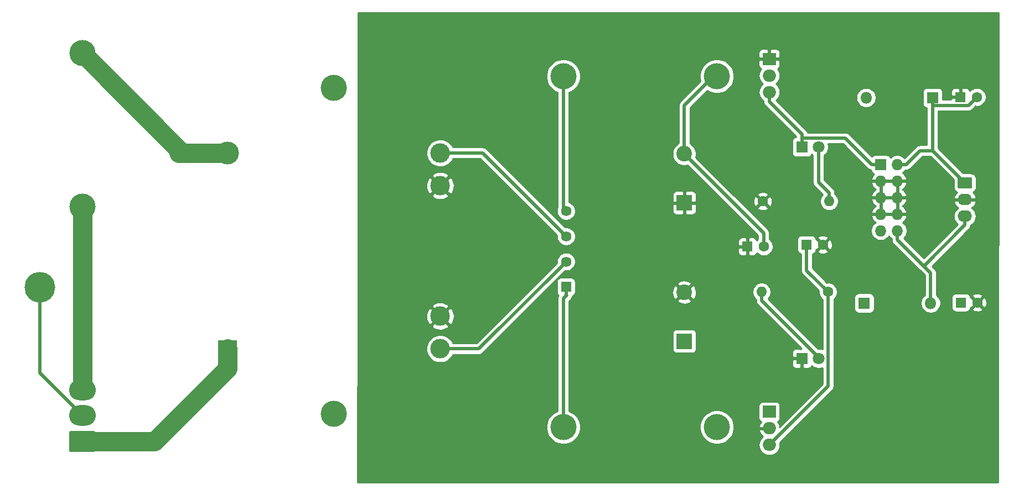
<source format=gbr>
G04 #@! TF.GenerationSoftware,KiCad,Pcbnew,(5.1.5)-3*
G04 #@! TF.CreationDate,2020-10-13T08:43:11+01:00*
G04 #@! TF.ProjectId,KOSMOPSU2,4b4f534d-4f50-4535-9532-2e6b69636164,rev?*
G04 #@! TF.SameCoordinates,Original*
G04 #@! TF.FileFunction,Copper,L2,Bot*
G04 #@! TF.FilePolarity,Positive*
%FSLAX46Y46*%
G04 Gerber Fmt 4.6, Leading zero omitted, Abs format (unit mm)*
G04 Created by KiCad (PCBNEW (5.1.5)-3) date 2020-10-13 08:43:11*
%MOMM*%
%LPD*%
G04 APERTURE LIST*
%ADD10C,4.000000*%
%ADD11C,1.600000*%
%ADD12R,1.600000X1.600000*%
%ADD13O,1.800000X1.800000*%
%ADD14R,1.800000X1.800000*%
%ADD15O,2.000000X1.905000*%
%ADD16R,2.000000X1.905000*%
%ADD17R,3.000000X2.500000*%
%ADD18C,3.500000*%
%ADD19C,3.000000*%
%ADD20C,2.400000*%
%ADD21R,2.400000X2.400000*%
%ADD22C,1.590000*%
%ADD23R,1.590000X1.590000*%
%ADD24C,1.800000*%
%ADD25C,4.700000*%
%ADD26C,0.100000*%
%ADD27O,4.100000X3.160000*%
%ADD28R,1.727200X1.727200*%
%ADD29O,1.727200X1.727200*%
%ADD30O,2.200000X1.740000*%
%ADD31O,1.600000X1.600000*%
%ADD32C,0.500000*%
%ADD33C,3.000000*%
%ADD34C,0.254000*%
G04 APERTURE END LIST*
D10*
X36930000Y-80660000D03*
X36930000Y-57160000D03*
X110500000Y-60670000D03*
X134000000Y-60670000D03*
X110500000Y-114460000D03*
X134000000Y-114460000D03*
D11*
X173730000Y-63860000D03*
D12*
X171230000Y-63860000D03*
D11*
X150210000Y-86480000D03*
D12*
X147710000Y-86480000D03*
D11*
X141150000Y-86780000D03*
D12*
X138650000Y-86780000D03*
D11*
X173830000Y-95360000D03*
D12*
X171330000Y-95360000D03*
D13*
X156820000Y-63950000D03*
D14*
X166980000Y-63950000D03*
D13*
X166690000Y-95440000D03*
D14*
X156530000Y-95440000D03*
D15*
X142000000Y-63110000D03*
X142000000Y-60570000D03*
D16*
X142000000Y-58030000D03*
D15*
X142000000Y-117180000D03*
X142000000Y-114640000D03*
D16*
X142000000Y-112100000D03*
D17*
X59160000Y-102440000D03*
D18*
X59160000Y-72440000D03*
D19*
X91660000Y-77440000D03*
X91660000Y-72440000D03*
X91660000Y-102440000D03*
X91660000Y-97440000D03*
D10*
X75410000Y-62440000D03*
X75410000Y-112440000D03*
D20*
X129000000Y-93780000D03*
D21*
X129000000Y-101280000D03*
X129000000Y-80070000D03*
D20*
X129000000Y-72570000D03*
D22*
X110920000Y-81355000D03*
X110920000Y-85220000D03*
X110920000Y-89085000D03*
D23*
X110920000Y-92950000D03*
D24*
X149540000Y-103920000D03*
D14*
X147000000Y-103920000D03*
X147000000Y-71510000D03*
D24*
X149540000Y-71510000D03*
D25*
X30410000Y-93060000D03*
G04 #@! TA.AperFunction,ComponentPad*
D26*
G36*
X38754504Y-115071204D02*
G01*
X38778773Y-115074804D01*
X38802571Y-115080765D01*
X38825671Y-115089030D01*
X38847849Y-115099520D01*
X38868893Y-115112133D01*
X38888598Y-115126747D01*
X38906777Y-115143223D01*
X38923253Y-115161402D01*
X38937867Y-115181107D01*
X38950480Y-115202151D01*
X38960970Y-115224329D01*
X38969235Y-115247429D01*
X38975196Y-115271227D01*
X38978796Y-115295496D01*
X38980000Y-115320000D01*
X38980000Y-117980000D01*
X38978796Y-118004504D01*
X38975196Y-118028773D01*
X38969235Y-118052571D01*
X38960970Y-118075671D01*
X38950480Y-118097849D01*
X38937867Y-118118893D01*
X38923253Y-118138598D01*
X38906777Y-118156777D01*
X38888598Y-118173253D01*
X38868893Y-118187867D01*
X38847849Y-118200480D01*
X38825671Y-118210970D01*
X38802571Y-118219235D01*
X38778773Y-118225196D01*
X38754504Y-118228796D01*
X38730000Y-118230000D01*
X35130000Y-118230000D01*
X35105496Y-118228796D01*
X35081227Y-118225196D01*
X35057429Y-118219235D01*
X35034329Y-118210970D01*
X35012151Y-118200480D01*
X34991107Y-118187867D01*
X34971402Y-118173253D01*
X34953223Y-118156777D01*
X34936747Y-118138598D01*
X34922133Y-118118893D01*
X34909520Y-118097849D01*
X34899030Y-118075671D01*
X34890765Y-118052571D01*
X34884804Y-118028773D01*
X34881204Y-118004504D01*
X34880000Y-117980000D01*
X34880000Y-115320000D01*
X34881204Y-115295496D01*
X34884804Y-115271227D01*
X34890765Y-115247429D01*
X34899030Y-115224329D01*
X34909520Y-115202151D01*
X34922133Y-115181107D01*
X34936747Y-115161402D01*
X34953223Y-115143223D01*
X34971402Y-115126747D01*
X34991107Y-115112133D01*
X35012151Y-115099520D01*
X35034329Y-115089030D01*
X35057429Y-115080765D01*
X35081227Y-115074804D01*
X35105496Y-115071204D01*
X35130000Y-115070000D01*
X38730000Y-115070000D01*
X38754504Y-115071204D01*
G37*
G04 #@! TD.AperFunction*
D27*
X36930000Y-112690000D03*
X36930000Y-108730000D03*
D28*
X159050000Y-74200000D03*
D29*
X161590000Y-74200000D03*
X159050000Y-76740000D03*
X161590000Y-76740000D03*
X159050000Y-79280000D03*
X161590000Y-79280000D03*
X159050000Y-81820000D03*
X161590000Y-81820000D03*
X159050000Y-84360000D03*
X161590000Y-84360000D03*
G04 #@! TA.AperFunction,ComponentPad*
D26*
G36*
X172794505Y-76161204D02*
G01*
X172818773Y-76164804D01*
X172842572Y-76170765D01*
X172865671Y-76179030D01*
X172887850Y-76189520D01*
X172908893Y-76202132D01*
X172928599Y-76216747D01*
X172946777Y-76233223D01*
X172963253Y-76251401D01*
X172977868Y-76271107D01*
X172990480Y-76292150D01*
X173000970Y-76314329D01*
X173009235Y-76337428D01*
X173015196Y-76361227D01*
X173018796Y-76385495D01*
X173020000Y-76409999D01*
X173020000Y-77650001D01*
X173018796Y-77674505D01*
X173015196Y-77698773D01*
X173009235Y-77722572D01*
X173000970Y-77745671D01*
X172990480Y-77767850D01*
X172977868Y-77788893D01*
X172963253Y-77808599D01*
X172946777Y-77826777D01*
X172928599Y-77843253D01*
X172908893Y-77857868D01*
X172887850Y-77870480D01*
X172865671Y-77880970D01*
X172842572Y-77889235D01*
X172818773Y-77895196D01*
X172794505Y-77898796D01*
X172770001Y-77900000D01*
X171069999Y-77900000D01*
X171045495Y-77898796D01*
X171021227Y-77895196D01*
X170997428Y-77889235D01*
X170974329Y-77880970D01*
X170952150Y-77870480D01*
X170931107Y-77857868D01*
X170911401Y-77843253D01*
X170893223Y-77826777D01*
X170876747Y-77808599D01*
X170862132Y-77788893D01*
X170849520Y-77767850D01*
X170839030Y-77745671D01*
X170830765Y-77722572D01*
X170824804Y-77698773D01*
X170821204Y-77674505D01*
X170820000Y-77650001D01*
X170820000Y-76409999D01*
X170821204Y-76385495D01*
X170824804Y-76361227D01*
X170830765Y-76337428D01*
X170839030Y-76314329D01*
X170849520Y-76292150D01*
X170862132Y-76271107D01*
X170876747Y-76251401D01*
X170893223Y-76233223D01*
X170911401Y-76216747D01*
X170931107Y-76202132D01*
X170952150Y-76189520D01*
X170974329Y-76179030D01*
X170997428Y-76170765D01*
X171021227Y-76164804D01*
X171045495Y-76161204D01*
X171069999Y-76160000D01*
X172770001Y-76160000D01*
X172794505Y-76161204D01*
G37*
G04 #@! TD.AperFunction*
D30*
X171920000Y-79570000D03*
X171920000Y-82110000D03*
D31*
X140840000Y-93730000D03*
D11*
X151000000Y-93730000D03*
X141000000Y-79840000D03*
D31*
X151160000Y-79840000D03*
D32*
X134000000Y-60670000D02*
X133500000Y-60670000D01*
X133500000Y-60670000D02*
X129000000Y-65170000D01*
X129000000Y-72570000D02*
X129000000Y-65170000D01*
X129000000Y-72570000D02*
X141150000Y-84720000D01*
X141150000Y-84720000D02*
X141150000Y-86780000D01*
X110960000Y-81315000D02*
X110500000Y-80855000D01*
X110500000Y-80855000D02*
X110500000Y-60670000D01*
X110960000Y-81315000D02*
X111000000Y-81275000D01*
X110920000Y-81355000D02*
X110960000Y-81315000D01*
X110920000Y-85220000D02*
X98140000Y-72440000D01*
X98140000Y-72440000D02*
X91660000Y-72440000D01*
X110920000Y-89085000D02*
X97565000Y-102440000D01*
X97565000Y-102440000D02*
X91660000Y-102440000D01*
X110960000Y-94285000D02*
X110500000Y-94745000D01*
X110500000Y-94745000D02*
X110500000Y-114460000D01*
X110960000Y-94285000D02*
X111000000Y-94325000D01*
X110920000Y-92950000D02*
X110920000Y-94245000D01*
X110920000Y-94245000D02*
X110960000Y-94285000D01*
X140840000Y-93730000D02*
X140840000Y-95030000D01*
X140840000Y-95030000D02*
X149540000Y-103730000D01*
X149540000Y-103730000D02*
X149540000Y-103920000D01*
X151160000Y-79840000D02*
X151160000Y-78540000D01*
X151160000Y-78540000D02*
X149540000Y-76920000D01*
X149540000Y-76920000D02*
X149540000Y-71510000D01*
D33*
X52210000Y-72440000D02*
X36930000Y-57160000D01*
X59160000Y-72440000D02*
X52210000Y-72440000D01*
X52210000Y-72440000D02*
X51710000Y-72440000D01*
D32*
X166980000Y-72090000D02*
X166980000Y-65125200D01*
X161590000Y-74200000D02*
X162954000Y-74200000D01*
X162954000Y-74200000D02*
X165064000Y-72090000D01*
X165064000Y-72090000D02*
X166980000Y-72090000D01*
X147000000Y-70159600D02*
X153646000Y-70159600D01*
X153646000Y-70159600D02*
X157686000Y-74200000D01*
X157686000Y-74200000D02*
X159050000Y-74200000D01*
X147000000Y-71510000D02*
X147000000Y-70159600D01*
X142000000Y-63110000D02*
X142000000Y-64562500D01*
X142000000Y-64562500D02*
X147000000Y-69562500D01*
X147000000Y-69562500D02*
X147000000Y-70159600D01*
X173730000Y-63860000D02*
X172465000Y-65125200D01*
X172465000Y-65125200D02*
X166980000Y-65125200D01*
X166980000Y-63950000D02*
X166980000Y-65125200D01*
X166980000Y-72090000D02*
X171920000Y-77030000D01*
D33*
X36930000Y-116650000D02*
X47950000Y-116650000D01*
X47950000Y-116650000D02*
X59160000Y-105440000D01*
X59160000Y-105440000D02*
X59160000Y-102440000D01*
D32*
X36930000Y-112690000D02*
X30410000Y-106170000D01*
X30410000Y-106170000D02*
X30410000Y-93060000D01*
D33*
X36930000Y-108730000D02*
X36930000Y-80660000D01*
D32*
X165633000Y-89766800D02*
X171920000Y-83480000D01*
X171920000Y-83480000D02*
X171920000Y-82110000D01*
X161590000Y-84360000D02*
X161590000Y-85723600D01*
X161590000Y-85723600D02*
X165633000Y-89766800D01*
X151000000Y-93730000D02*
X147710000Y-90440000D01*
X147710000Y-90440000D02*
X147710000Y-86480000D01*
X142000000Y-117180000D02*
X151000000Y-108180000D01*
X151000000Y-108180000D02*
X151000000Y-93730000D01*
X165633000Y-89766800D02*
X166690000Y-90823600D01*
X166690000Y-90823600D02*
X166690000Y-95440000D01*
D34*
G36*
X176953811Y-122920000D02*
G01*
X79057406Y-122920000D01*
X79065822Y-114200475D01*
X107865000Y-114200475D01*
X107865000Y-114719525D01*
X107966261Y-115228601D01*
X108164893Y-115708141D01*
X108453262Y-116139715D01*
X108820285Y-116506738D01*
X109251859Y-116795107D01*
X109731399Y-116993739D01*
X110240475Y-117095000D01*
X110759525Y-117095000D01*
X111268601Y-116993739D01*
X111748141Y-116795107D01*
X112179715Y-116506738D01*
X112546738Y-116139715D01*
X112835107Y-115708141D01*
X113033739Y-115228601D01*
X113135000Y-114719525D01*
X113135000Y-114200475D01*
X131365000Y-114200475D01*
X131365000Y-114719525D01*
X131466261Y-115228601D01*
X131664893Y-115708141D01*
X131953262Y-116139715D01*
X132320285Y-116506738D01*
X132751859Y-116795107D01*
X133231399Y-116993739D01*
X133740475Y-117095000D01*
X134259525Y-117095000D01*
X134768601Y-116993739D01*
X135248141Y-116795107D01*
X135679715Y-116506738D01*
X136046738Y-116139715D01*
X136335107Y-115708141D01*
X136533739Y-115228601D01*
X136635000Y-114719525D01*
X136635000Y-114200475D01*
X136533739Y-113691399D01*
X136335107Y-113211859D01*
X136046738Y-112780285D01*
X135679715Y-112413262D01*
X135248141Y-112124893D01*
X134768601Y-111926261D01*
X134259525Y-111825000D01*
X133740475Y-111825000D01*
X133231399Y-111926261D01*
X132751859Y-112124893D01*
X132320285Y-112413262D01*
X131953262Y-112780285D01*
X131664893Y-113211859D01*
X131466261Y-113691399D01*
X131365000Y-114200475D01*
X113135000Y-114200475D01*
X113033739Y-113691399D01*
X112835107Y-113211859D01*
X112546738Y-112780285D01*
X112179715Y-112413262D01*
X111748141Y-112124893D01*
X111385000Y-111974475D01*
X111385000Y-104820000D01*
X145461928Y-104820000D01*
X145474188Y-104944482D01*
X145510498Y-105064180D01*
X145569463Y-105174494D01*
X145648815Y-105271185D01*
X145745506Y-105350537D01*
X145855820Y-105409502D01*
X145975518Y-105445812D01*
X146100000Y-105458072D01*
X146714250Y-105455000D01*
X146873000Y-105296250D01*
X146873000Y-104047000D01*
X145623750Y-104047000D01*
X145465000Y-104205750D01*
X145461928Y-104820000D01*
X111385000Y-104820000D01*
X111385000Y-100080000D01*
X127161928Y-100080000D01*
X127161928Y-102480000D01*
X127174188Y-102604482D01*
X127210498Y-102724180D01*
X127269463Y-102834494D01*
X127348815Y-102931185D01*
X127445506Y-103010537D01*
X127555820Y-103069502D01*
X127675518Y-103105812D01*
X127800000Y-103118072D01*
X130200000Y-103118072D01*
X130324482Y-103105812D01*
X130444180Y-103069502D01*
X130554494Y-103010537D01*
X130651185Y-102931185D01*
X130730537Y-102834494D01*
X130789502Y-102724180D01*
X130825812Y-102604482D01*
X130838072Y-102480000D01*
X130838072Y-100080000D01*
X130825812Y-99955518D01*
X130789502Y-99835820D01*
X130730537Y-99725506D01*
X130651185Y-99628815D01*
X130554494Y-99549463D01*
X130444180Y-99490498D01*
X130324482Y-99454188D01*
X130200000Y-99441928D01*
X127800000Y-99441928D01*
X127675518Y-99454188D01*
X127555820Y-99490498D01*
X127445506Y-99549463D01*
X127348815Y-99628815D01*
X127269463Y-99725506D01*
X127210498Y-99835820D01*
X127174188Y-99955518D01*
X127161928Y-100080000D01*
X111385000Y-100080000D01*
X111385000Y-95122704D01*
X111494059Y-95064411D01*
X111501895Y-95057980D01*
X127901626Y-95057980D01*
X128021514Y-95342836D01*
X128345210Y-95503699D01*
X128694069Y-95598322D01*
X129054684Y-95623067D01*
X129413198Y-95576985D01*
X129755833Y-95461846D01*
X129978486Y-95342836D01*
X130098374Y-95057980D01*
X129000000Y-93959605D01*
X127901626Y-95057980D01*
X111501895Y-95057980D01*
X111628817Y-94953817D01*
X111739411Y-94819059D01*
X111821589Y-94665313D01*
X111872195Y-94498490D01*
X111886164Y-94356651D01*
X111959180Y-94334502D01*
X112069494Y-94275537D01*
X112166185Y-94196185D01*
X112245537Y-94099494D01*
X112304502Y-93989180D01*
X112340812Y-93869482D01*
X112344239Y-93834684D01*
X127156933Y-93834684D01*
X127203015Y-94193198D01*
X127318154Y-94535833D01*
X127437164Y-94758486D01*
X127722020Y-94878374D01*
X128820395Y-93780000D01*
X129179605Y-93780000D01*
X130277980Y-94878374D01*
X130562836Y-94758486D01*
X130723699Y-94434790D01*
X130818322Y-94085931D01*
X130843067Y-93725316D01*
X130825503Y-93588665D01*
X139405000Y-93588665D01*
X139405000Y-93871335D01*
X139460147Y-94148574D01*
X139568320Y-94409727D01*
X139725363Y-94644759D01*
X139925241Y-94844637D01*
X139955001Y-94864522D01*
X139955001Y-94986522D01*
X139950719Y-95030000D01*
X139967805Y-95203490D01*
X140018412Y-95370313D01*
X140100590Y-95524059D01*
X140183468Y-95625046D01*
X140183471Y-95625049D01*
X140211184Y-95658817D01*
X140244952Y-95686530D01*
X146943421Y-102385000D01*
X146872998Y-102385000D01*
X146872998Y-102543748D01*
X146714250Y-102385000D01*
X146100000Y-102381928D01*
X145975518Y-102394188D01*
X145855820Y-102430498D01*
X145745506Y-102489463D01*
X145648815Y-102568815D01*
X145569463Y-102665506D01*
X145510498Y-102775820D01*
X145474188Y-102895518D01*
X145461928Y-103020000D01*
X145465000Y-103634250D01*
X145623750Y-103793000D01*
X146873000Y-103793000D01*
X146873000Y-103773000D01*
X147127000Y-103773000D01*
X147127000Y-103793000D01*
X147147000Y-103793000D01*
X147147000Y-104047000D01*
X147127000Y-104047000D01*
X147127000Y-105296250D01*
X147285750Y-105455000D01*
X147900000Y-105458072D01*
X148024482Y-105445812D01*
X148144180Y-105409502D01*
X148254494Y-105350537D01*
X148351185Y-105271185D01*
X148430537Y-105174494D01*
X148489502Y-105064180D01*
X148495056Y-105045873D01*
X148561495Y-105112312D01*
X148812905Y-105280299D01*
X149092257Y-105396011D01*
X149388816Y-105455000D01*
X149691184Y-105455000D01*
X149987743Y-105396011D01*
X150115000Y-105343299D01*
X150115000Y-107813421D01*
X143523121Y-114405301D01*
X143590563Y-114267020D01*
X143519571Y-114048906D01*
X143375969Y-113773077D01*
X143262781Y-113632059D01*
X143354494Y-113583037D01*
X143451185Y-113503685D01*
X143530537Y-113406994D01*
X143589502Y-113296680D01*
X143625812Y-113176982D01*
X143638072Y-113052500D01*
X143638072Y-111147500D01*
X143625812Y-111023018D01*
X143589502Y-110903320D01*
X143530537Y-110793006D01*
X143451185Y-110696315D01*
X143354494Y-110616963D01*
X143244180Y-110557998D01*
X143124482Y-110521688D01*
X143000000Y-110509428D01*
X141000000Y-110509428D01*
X140875518Y-110521688D01*
X140755820Y-110557998D01*
X140645506Y-110616963D01*
X140548815Y-110696315D01*
X140469463Y-110793006D01*
X140410498Y-110903320D01*
X140374188Y-111023018D01*
X140361928Y-111147500D01*
X140361928Y-113052500D01*
X140374188Y-113176982D01*
X140410498Y-113296680D01*
X140469463Y-113406994D01*
X140548815Y-113503685D01*
X140645506Y-113583037D01*
X140737219Y-113632059D01*
X140624031Y-113773077D01*
X140480429Y-114048906D01*
X140409437Y-114267020D01*
X140529406Y-114513000D01*
X141873000Y-114513000D01*
X141873000Y-114493000D01*
X142127000Y-114493000D01*
X142127000Y-114513000D01*
X142147000Y-114513000D01*
X142147000Y-114767000D01*
X142127000Y-114767000D01*
X142127000Y-114787000D01*
X141873000Y-114787000D01*
X141873000Y-114767000D01*
X140529406Y-114767000D01*
X140409437Y-115012980D01*
X140480429Y-115231094D01*
X140624031Y-115506923D01*
X140818685Y-115749437D01*
X141003899Y-115904837D01*
X140824537Y-116052037D01*
X140626155Y-116293765D01*
X140478745Y-116569551D01*
X140387970Y-116868796D01*
X140357319Y-117180000D01*
X140387970Y-117491204D01*
X140478745Y-117790449D01*
X140626155Y-118066235D01*
X140824537Y-118307963D01*
X141066265Y-118506345D01*
X141342051Y-118653755D01*
X141641296Y-118744530D01*
X141874514Y-118767500D01*
X142125486Y-118767500D01*
X142358704Y-118744530D01*
X142657949Y-118653755D01*
X142933735Y-118506345D01*
X143175463Y-118307963D01*
X143373845Y-118066235D01*
X143521255Y-117790449D01*
X143612030Y-117491204D01*
X143642681Y-117180000D01*
X143612030Y-116868796D01*
X143600568Y-116831010D01*
X151595051Y-108836528D01*
X151628817Y-108808817D01*
X151739411Y-108674059D01*
X151821589Y-108520313D01*
X151872195Y-108353490D01*
X151885000Y-108223477D01*
X151885000Y-108223467D01*
X151889281Y-108180001D01*
X151885000Y-108136534D01*
X151885000Y-94864521D01*
X151914759Y-94844637D01*
X152114637Y-94644759D01*
X152184634Y-94540000D01*
X154991928Y-94540000D01*
X154991928Y-96340000D01*
X155004188Y-96464482D01*
X155040498Y-96584180D01*
X155099463Y-96694494D01*
X155178815Y-96791185D01*
X155275506Y-96870537D01*
X155385820Y-96929502D01*
X155505518Y-96965812D01*
X155630000Y-96978072D01*
X157430000Y-96978072D01*
X157554482Y-96965812D01*
X157674180Y-96929502D01*
X157784494Y-96870537D01*
X157881185Y-96791185D01*
X157960537Y-96694494D01*
X158019502Y-96584180D01*
X158055812Y-96464482D01*
X158068072Y-96340000D01*
X158068072Y-94540000D01*
X158055812Y-94415518D01*
X158019502Y-94295820D01*
X157960537Y-94185506D01*
X157881185Y-94088815D01*
X157784494Y-94009463D01*
X157674180Y-93950498D01*
X157554482Y-93914188D01*
X157430000Y-93901928D01*
X155630000Y-93901928D01*
X155505518Y-93914188D01*
X155385820Y-93950498D01*
X155275506Y-94009463D01*
X155178815Y-94088815D01*
X155099463Y-94185506D01*
X155040498Y-94295820D01*
X155004188Y-94415518D01*
X154991928Y-94540000D01*
X152184634Y-94540000D01*
X152271680Y-94409727D01*
X152379853Y-94148574D01*
X152435000Y-93871335D01*
X152435000Y-93588665D01*
X152379853Y-93311426D01*
X152271680Y-93050273D01*
X152114637Y-92815241D01*
X151914759Y-92615363D01*
X151679727Y-92458320D01*
X151418574Y-92350147D01*
X151141335Y-92295000D01*
X150858665Y-92295000D01*
X150823561Y-92301983D01*
X148595000Y-90073422D01*
X148595000Y-87909701D01*
X148634482Y-87905812D01*
X148754180Y-87869502D01*
X148864494Y-87810537D01*
X148961185Y-87731185D01*
X149040537Y-87634494D01*
X149099502Y-87524180D01*
X149115117Y-87472702D01*
X149396903Y-87472702D01*
X149468486Y-87716671D01*
X149723996Y-87837571D01*
X149998184Y-87906300D01*
X150280512Y-87920217D01*
X150560130Y-87878787D01*
X150826292Y-87783603D01*
X150951514Y-87716671D01*
X151023097Y-87472702D01*
X150210000Y-86659605D01*
X149396903Y-87472702D01*
X149115117Y-87472702D01*
X149135812Y-87404482D01*
X149148072Y-87280000D01*
X149148072Y-87272785D01*
X149217298Y-87293097D01*
X150030395Y-86480000D01*
X150389605Y-86480000D01*
X151202702Y-87293097D01*
X151446671Y-87221514D01*
X151567571Y-86966004D01*
X151636300Y-86691816D01*
X151650217Y-86409488D01*
X151608787Y-86129870D01*
X151513603Y-85863708D01*
X151446671Y-85738486D01*
X151202702Y-85666903D01*
X150389605Y-86480000D01*
X150030395Y-86480000D01*
X149217298Y-85666903D01*
X149148072Y-85687215D01*
X149148072Y-85680000D01*
X149135812Y-85555518D01*
X149115118Y-85487298D01*
X149396903Y-85487298D01*
X150210000Y-86300395D01*
X151023097Y-85487298D01*
X150951514Y-85243329D01*
X150696004Y-85122429D01*
X150421816Y-85053700D01*
X150139488Y-85039783D01*
X149859870Y-85081213D01*
X149593708Y-85176397D01*
X149468486Y-85243329D01*
X149396903Y-85487298D01*
X149115118Y-85487298D01*
X149099502Y-85435820D01*
X149040537Y-85325506D01*
X148961185Y-85228815D01*
X148864494Y-85149463D01*
X148754180Y-85090498D01*
X148634482Y-85054188D01*
X148510000Y-85041928D01*
X146910000Y-85041928D01*
X146785518Y-85054188D01*
X146665820Y-85090498D01*
X146555506Y-85149463D01*
X146458815Y-85228815D01*
X146379463Y-85325506D01*
X146320498Y-85435820D01*
X146284188Y-85555518D01*
X146271928Y-85680000D01*
X146271928Y-87280000D01*
X146284188Y-87404482D01*
X146320498Y-87524180D01*
X146379463Y-87634494D01*
X146458815Y-87731185D01*
X146555506Y-87810537D01*
X146665820Y-87869502D01*
X146785518Y-87905812D01*
X146825001Y-87909701D01*
X146825000Y-90396531D01*
X146820719Y-90440000D01*
X146825000Y-90483469D01*
X146825000Y-90483476D01*
X146837805Y-90613489D01*
X146888411Y-90780312D01*
X146970589Y-90934058D01*
X147081183Y-91068817D01*
X147114956Y-91096534D01*
X149571983Y-93553561D01*
X149565000Y-93588665D01*
X149565000Y-93871335D01*
X149620147Y-94148574D01*
X149728320Y-94409727D01*
X149885363Y-94644759D01*
X150085241Y-94844637D01*
X150115001Y-94864522D01*
X150115000Y-102496701D01*
X149987743Y-102443989D01*
X149691184Y-102385000D01*
X149446579Y-102385000D01*
X141830487Y-94768909D01*
X141954637Y-94644759D01*
X142111680Y-94409727D01*
X142219853Y-94148574D01*
X142275000Y-93871335D01*
X142275000Y-93588665D01*
X142219853Y-93311426D01*
X142111680Y-93050273D01*
X141954637Y-92815241D01*
X141754759Y-92615363D01*
X141519727Y-92458320D01*
X141258574Y-92350147D01*
X140981335Y-92295000D01*
X140698665Y-92295000D01*
X140421426Y-92350147D01*
X140160273Y-92458320D01*
X139925241Y-92615363D01*
X139725363Y-92815241D01*
X139568320Y-93050273D01*
X139460147Y-93311426D01*
X139405000Y-93588665D01*
X130825503Y-93588665D01*
X130796985Y-93366802D01*
X130681846Y-93024167D01*
X130562836Y-92801514D01*
X130277980Y-92681626D01*
X129179605Y-93780000D01*
X128820395Y-93780000D01*
X127722020Y-92681626D01*
X127437164Y-92801514D01*
X127276301Y-93125210D01*
X127181678Y-93474069D01*
X127156933Y-93834684D01*
X112344239Y-93834684D01*
X112353072Y-93745000D01*
X112353072Y-92502020D01*
X127901626Y-92502020D01*
X129000000Y-93600395D01*
X130098374Y-92502020D01*
X129978486Y-92217164D01*
X129654790Y-92056301D01*
X129305931Y-91961678D01*
X128945316Y-91936933D01*
X128586802Y-91983015D01*
X128244167Y-92098154D01*
X128021514Y-92217164D01*
X127901626Y-92502020D01*
X112353072Y-92502020D01*
X112353072Y-92155000D01*
X112340812Y-92030518D01*
X112304502Y-91910820D01*
X112245537Y-91800506D01*
X112166185Y-91703815D01*
X112069494Y-91624463D01*
X111959180Y-91565498D01*
X111839482Y-91529188D01*
X111715000Y-91516928D01*
X110125000Y-91516928D01*
X110000518Y-91529188D01*
X109880820Y-91565498D01*
X109770506Y-91624463D01*
X109673815Y-91703815D01*
X109594463Y-91800506D01*
X109535498Y-91910820D01*
X109499188Y-92030518D01*
X109486928Y-92155000D01*
X109486928Y-93745000D01*
X109499188Y-93869482D01*
X109535498Y-93989180D01*
X109594463Y-94099494D01*
X109673815Y-94196185D01*
X109754475Y-94262381D01*
X109678411Y-94404688D01*
X109627805Y-94571511D01*
X109615000Y-94701524D01*
X109615000Y-94701531D01*
X109610719Y-94745000D01*
X109615000Y-94788469D01*
X109615001Y-111974475D01*
X109251859Y-112124893D01*
X108820285Y-112413262D01*
X108453262Y-112780285D01*
X108164893Y-113211859D01*
X107966261Y-113691399D01*
X107865000Y-114200475D01*
X79065822Y-114200475D01*
X79077377Y-102229721D01*
X89525000Y-102229721D01*
X89525000Y-102650279D01*
X89607047Y-103062756D01*
X89767988Y-103451302D01*
X90001637Y-103800983D01*
X90299017Y-104098363D01*
X90648698Y-104332012D01*
X91037244Y-104492953D01*
X91449721Y-104575000D01*
X91870279Y-104575000D01*
X92282756Y-104492953D01*
X92671302Y-104332012D01*
X93020983Y-104098363D01*
X93318363Y-103800983D01*
X93552012Y-103451302D01*
X93604328Y-103325000D01*
X97521531Y-103325000D01*
X97565000Y-103329281D01*
X97608469Y-103325000D01*
X97608477Y-103325000D01*
X97738490Y-103312195D01*
X97905313Y-103261589D01*
X98059059Y-103179411D01*
X98193817Y-103068817D01*
X98221534Y-103035044D01*
X110747814Y-90508765D01*
X110779157Y-90515000D01*
X111060843Y-90515000D01*
X111337116Y-90460046D01*
X111597359Y-90352249D01*
X111831572Y-90195753D01*
X112030753Y-89996572D01*
X112187249Y-89762359D01*
X112295046Y-89502116D01*
X112350000Y-89225843D01*
X112350000Y-88944157D01*
X112295046Y-88667884D01*
X112187249Y-88407641D01*
X112030753Y-88173428D01*
X111831572Y-87974247D01*
X111597359Y-87817751D01*
X111337116Y-87709954D01*
X111060843Y-87655000D01*
X110779157Y-87655000D01*
X110502884Y-87709954D01*
X110242641Y-87817751D01*
X110008428Y-87974247D01*
X109809247Y-88173428D01*
X109652751Y-88407641D01*
X109544954Y-88667884D01*
X109490000Y-88944157D01*
X109490000Y-89225843D01*
X109496235Y-89257186D01*
X97198422Y-101555000D01*
X93604328Y-101555000D01*
X93552012Y-101428698D01*
X93318363Y-101079017D01*
X93020983Y-100781637D01*
X92671302Y-100547988D01*
X92282756Y-100387047D01*
X91870279Y-100305000D01*
X91449721Y-100305000D01*
X91037244Y-100387047D01*
X90648698Y-100547988D01*
X90299017Y-100781637D01*
X90001637Y-101079017D01*
X89767988Y-101428698D01*
X89607047Y-101817244D01*
X89525000Y-102229721D01*
X79077377Y-102229721D01*
X79080560Y-98931653D01*
X90347952Y-98931653D01*
X90503962Y-99247214D01*
X90878745Y-99438020D01*
X91283551Y-99552044D01*
X91702824Y-99584902D01*
X92120451Y-99535334D01*
X92520383Y-99405243D01*
X92816038Y-99247214D01*
X92972048Y-98931653D01*
X91660000Y-97619605D01*
X90347952Y-98931653D01*
X79080560Y-98931653D01*
X79081959Y-97482824D01*
X89515098Y-97482824D01*
X89564666Y-97900451D01*
X89694757Y-98300383D01*
X89852786Y-98596038D01*
X90168347Y-98752048D01*
X91480395Y-97440000D01*
X91839605Y-97440000D01*
X93151653Y-98752048D01*
X93467214Y-98596038D01*
X93658020Y-98221255D01*
X93772044Y-97816449D01*
X93804902Y-97397176D01*
X93755334Y-96979549D01*
X93625243Y-96579617D01*
X93467214Y-96283962D01*
X93151653Y-96127952D01*
X91839605Y-97440000D01*
X91480395Y-97440000D01*
X90168347Y-96127952D01*
X89852786Y-96283962D01*
X89661980Y-96658745D01*
X89547956Y-97063551D01*
X89515098Y-97482824D01*
X79081959Y-97482824D01*
X79083440Y-95948347D01*
X90347952Y-95948347D01*
X91660000Y-97260395D01*
X92972048Y-95948347D01*
X92816038Y-95632786D01*
X92441255Y-95441980D01*
X92036449Y-95327956D01*
X91617176Y-95295098D01*
X91199549Y-95344666D01*
X90799617Y-95474757D01*
X90503962Y-95632786D01*
X90347952Y-95948347D01*
X79083440Y-95948347D01*
X79091516Y-87580000D01*
X137211928Y-87580000D01*
X137224188Y-87704482D01*
X137260498Y-87824180D01*
X137319463Y-87934494D01*
X137398815Y-88031185D01*
X137495506Y-88110537D01*
X137605820Y-88169502D01*
X137725518Y-88205812D01*
X137850000Y-88218072D01*
X138364250Y-88215000D01*
X138523000Y-88056250D01*
X138523000Y-86907000D01*
X137373750Y-86907000D01*
X137215000Y-87065750D01*
X137211928Y-87580000D01*
X79091516Y-87580000D01*
X79099864Y-78931653D01*
X90347952Y-78931653D01*
X90503962Y-79247214D01*
X90878745Y-79438020D01*
X91283551Y-79552044D01*
X91702824Y-79584902D01*
X92120451Y-79535334D01*
X92520383Y-79405243D01*
X92816038Y-79247214D01*
X92972048Y-78931653D01*
X91660000Y-77619605D01*
X90347952Y-78931653D01*
X79099864Y-78931653D01*
X79101263Y-77482824D01*
X89515098Y-77482824D01*
X89564666Y-77900451D01*
X89694757Y-78300383D01*
X89852786Y-78596038D01*
X90168347Y-78752048D01*
X91480395Y-77440000D01*
X91839605Y-77440000D01*
X93151653Y-78752048D01*
X93467214Y-78596038D01*
X93658020Y-78221255D01*
X93772044Y-77816449D01*
X93804902Y-77397176D01*
X93755334Y-76979549D01*
X93625243Y-76579617D01*
X93467214Y-76283962D01*
X93151653Y-76127952D01*
X91839605Y-77440000D01*
X91480395Y-77440000D01*
X90168347Y-76127952D01*
X89852786Y-76283962D01*
X89661980Y-76658745D01*
X89547956Y-77063551D01*
X89515098Y-77482824D01*
X79101263Y-77482824D01*
X79102743Y-75948347D01*
X90347952Y-75948347D01*
X91660000Y-77260395D01*
X92972048Y-75948347D01*
X92816038Y-75632786D01*
X92441255Y-75441980D01*
X92036449Y-75327956D01*
X91617176Y-75295098D01*
X91199549Y-75344666D01*
X90799617Y-75474757D01*
X90503962Y-75632786D01*
X90347952Y-75948347D01*
X79102743Y-75948347D01*
X79106333Y-72229721D01*
X89525000Y-72229721D01*
X89525000Y-72650279D01*
X89607047Y-73062756D01*
X89767988Y-73451302D01*
X90001637Y-73800983D01*
X90299017Y-74098363D01*
X90648698Y-74332012D01*
X91037244Y-74492953D01*
X91449721Y-74575000D01*
X91870279Y-74575000D01*
X92282756Y-74492953D01*
X92671302Y-74332012D01*
X93020983Y-74098363D01*
X93318363Y-73800983D01*
X93552012Y-73451302D01*
X93604328Y-73325000D01*
X97773422Y-73325000D01*
X109496235Y-85047814D01*
X109490000Y-85079157D01*
X109490000Y-85360843D01*
X109544954Y-85637116D01*
X109652751Y-85897359D01*
X109809247Y-86131572D01*
X110008428Y-86330753D01*
X110242641Y-86487249D01*
X110502884Y-86595046D01*
X110779157Y-86650000D01*
X111060843Y-86650000D01*
X111337116Y-86595046D01*
X111597359Y-86487249D01*
X111831572Y-86330753D01*
X112030753Y-86131572D01*
X112132030Y-85980000D01*
X137211928Y-85980000D01*
X137215000Y-86494250D01*
X137373750Y-86653000D01*
X138523000Y-86653000D01*
X138523000Y-85503750D01*
X138364250Y-85345000D01*
X137850000Y-85341928D01*
X137725518Y-85354188D01*
X137605820Y-85390498D01*
X137495506Y-85449463D01*
X137398815Y-85528815D01*
X137319463Y-85625506D01*
X137260498Y-85735820D01*
X137224188Y-85855518D01*
X137211928Y-85980000D01*
X112132030Y-85980000D01*
X112187249Y-85897359D01*
X112295046Y-85637116D01*
X112350000Y-85360843D01*
X112350000Y-85079157D01*
X112295046Y-84802884D01*
X112187249Y-84542641D01*
X112030753Y-84308428D01*
X111831572Y-84109247D01*
X111597359Y-83952751D01*
X111337116Y-83844954D01*
X111060843Y-83790000D01*
X110779157Y-83790000D01*
X110747814Y-83796235D01*
X98796534Y-71844956D01*
X98768817Y-71811183D01*
X98634059Y-71700589D01*
X98480313Y-71618411D01*
X98313490Y-71567805D01*
X98183477Y-71555000D01*
X98183469Y-71555000D01*
X98140000Y-71550719D01*
X98096531Y-71555000D01*
X93604328Y-71555000D01*
X93552012Y-71428698D01*
X93318363Y-71079017D01*
X93020983Y-70781637D01*
X92671302Y-70547988D01*
X92282756Y-70387047D01*
X91870279Y-70305000D01*
X91449721Y-70305000D01*
X91037244Y-70387047D01*
X90648698Y-70547988D01*
X90299017Y-70781637D01*
X90001637Y-71079017D01*
X89767988Y-71428698D01*
X89607047Y-71817244D01*
X89525000Y-72229721D01*
X79106333Y-72229721D01*
X79117742Y-60410475D01*
X107865000Y-60410475D01*
X107865000Y-60929525D01*
X107966261Y-61438601D01*
X108164893Y-61918141D01*
X108453262Y-62349715D01*
X108820285Y-62716738D01*
X109251859Y-63005107D01*
X109615001Y-63155525D01*
X109615000Y-80768779D01*
X109544954Y-80937884D01*
X109490000Y-81214157D01*
X109490000Y-81495843D01*
X109544954Y-81772116D01*
X109652751Y-82032359D01*
X109809247Y-82266572D01*
X110008428Y-82465753D01*
X110242641Y-82622249D01*
X110502884Y-82730046D01*
X110779157Y-82785000D01*
X111060843Y-82785000D01*
X111337116Y-82730046D01*
X111597359Y-82622249D01*
X111831572Y-82465753D01*
X112030753Y-82266572D01*
X112187249Y-82032359D01*
X112295046Y-81772116D01*
X112350000Y-81495843D01*
X112350000Y-81270000D01*
X127161928Y-81270000D01*
X127174188Y-81394482D01*
X127210498Y-81514180D01*
X127269463Y-81624494D01*
X127348815Y-81721185D01*
X127445506Y-81800537D01*
X127555820Y-81859502D01*
X127675518Y-81895812D01*
X127800000Y-81908072D01*
X128714250Y-81905000D01*
X128873000Y-81746250D01*
X128873000Y-80197000D01*
X129127000Y-80197000D01*
X129127000Y-81746250D01*
X129285750Y-81905000D01*
X130200000Y-81908072D01*
X130324482Y-81895812D01*
X130444180Y-81859502D01*
X130554494Y-81800537D01*
X130651185Y-81721185D01*
X130730537Y-81624494D01*
X130789502Y-81514180D01*
X130825812Y-81394482D01*
X130838072Y-81270000D01*
X130835000Y-80355750D01*
X130676250Y-80197000D01*
X129127000Y-80197000D01*
X128873000Y-80197000D01*
X127323750Y-80197000D01*
X127165000Y-80355750D01*
X127161928Y-81270000D01*
X112350000Y-81270000D01*
X112350000Y-81214157D01*
X112295046Y-80937884D01*
X112187249Y-80677641D01*
X112030753Y-80443428D01*
X111831572Y-80244247D01*
X111597359Y-80087751D01*
X111385000Y-79999788D01*
X111385000Y-78870000D01*
X127161928Y-78870000D01*
X127165000Y-79784250D01*
X127323750Y-79943000D01*
X128873000Y-79943000D01*
X128873000Y-78393750D01*
X129127000Y-78393750D01*
X129127000Y-79943000D01*
X130676250Y-79943000D01*
X130835000Y-79784250D01*
X130838072Y-78870000D01*
X130825812Y-78745518D01*
X130789502Y-78625820D01*
X130730537Y-78515506D01*
X130651185Y-78418815D01*
X130554494Y-78339463D01*
X130444180Y-78280498D01*
X130324482Y-78244188D01*
X130200000Y-78231928D01*
X129285750Y-78235000D01*
X129127000Y-78393750D01*
X128873000Y-78393750D01*
X128714250Y-78235000D01*
X127800000Y-78231928D01*
X127675518Y-78244188D01*
X127555820Y-78280498D01*
X127445506Y-78339463D01*
X127348815Y-78418815D01*
X127269463Y-78515506D01*
X127210498Y-78625820D01*
X127174188Y-78745518D01*
X127161928Y-78870000D01*
X111385000Y-78870000D01*
X111385000Y-72389268D01*
X127165000Y-72389268D01*
X127165000Y-72750732D01*
X127235518Y-73105250D01*
X127373844Y-73439199D01*
X127574662Y-73739744D01*
X127830256Y-73995338D01*
X128130801Y-74196156D01*
X128464750Y-74334482D01*
X128819268Y-74405000D01*
X129180732Y-74405000D01*
X129516611Y-74338189D01*
X140265000Y-85086579D01*
X140265000Y-85645478D01*
X140235241Y-85665363D01*
X140068661Y-85831943D01*
X140039502Y-85735820D01*
X139980537Y-85625506D01*
X139901185Y-85528815D01*
X139804494Y-85449463D01*
X139694180Y-85390498D01*
X139574482Y-85354188D01*
X139450000Y-85341928D01*
X138935750Y-85345000D01*
X138777000Y-85503750D01*
X138777000Y-86653000D01*
X138797000Y-86653000D01*
X138797000Y-86907000D01*
X138777000Y-86907000D01*
X138777000Y-88056250D01*
X138935750Y-88215000D01*
X139450000Y-88218072D01*
X139574482Y-88205812D01*
X139694180Y-88169502D01*
X139804494Y-88110537D01*
X139901185Y-88031185D01*
X139980537Y-87934494D01*
X140039502Y-87824180D01*
X140068661Y-87728057D01*
X140235241Y-87894637D01*
X140470273Y-88051680D01*
X140731426Y-88159853D01*
X141008665Y-88215000D01*
X141291335Y-88215000D01*
X141568574Y-88159853D01*
X141829727Y-88051680D01*
X142064759Y-87894637D01*
X142264637Y-87694759D01*
X142421680Y-87459727D01*
X142529853Y-87198574D01*
X142585000Y-86921335D01*
X142585000Y-86638665D01*
X142529853Y-86361426D01*
X142421680Y-86100273D01*
X142264637Y-85865241D01*
X142064759Y-85665363D01*
X142035000Y-85645479D01*
X142035000Y-84763469D01*
X142039281Y-84720000D01*
X142035000Y-84676531D01*
X142035000Y-84676523D01*
X142022195Y-84546510D01*
X141971589Y-84379687D01*
X141889411Y-84225941D01*
X141878299Y-84212401D01*
X157551400Y-84212401D01*
X157551400Y-84507599D01*
X157608990Y-84797125D01*
X157721958Y-85069853D01*
X157885961Y-85315302D01*
X158094698Y-85524039D01*
X158340147Y-85688042D01*
X158612875Y-85801010D01*
X158902401Y-85858600D01*
X159197599Y-85858600D01*
X159487125Y-85801010D01*
X159759853Y-85688042D01*
X160005302Y-85524039D01*
X160214039Y-85315302D01*
X160320000Y-85156719D01*
X160425961Y-85315302D01*
X160634698Y-85524039D01*
X160705001Y-85571014D01*
X160705001Y-85680113D01*
X160700719Y-85723579D01*
X160705001Y-85767068D01*
X160705001Y-85767077D01*
X160708039Y-85797925D01*
X160717801Y-85897068D01*
X160717805Y-85897082D01*
X160717806Y-85897090D01*
X160736186Y-85957680D01*
X160768403Y-86063893D01*
X160768410Y-86063906D01*
X160768412Y-86063913D01*
X160799031Y-86121198D01*
X160850577Y-86217640D01*
X160850585Y-86217650D01*
X160850590Y-86217659D01*
X160892055Y-86268184D01*
X160933453Y-86318630D01*
X160933467Y-86318644D01*
X160961184Y-86352417D01*
X160994940Y-86380120D01*
X164976458Y-90361835D01*
X165004173Y-90395607D01*
X165037937Y-90423317D01*
X165037979Y-90423352D01*
X165805000Y-91190228D01*
X165805001Y-94185209D01*
X165711495Y-94247688D01*
X165497688Y-94461495D01*
X165329701Y-94712905D01*
X165213989Y-94992257D01*
X165155000Y-95288816D01*
X165155000Y-95591184D01*
X165213989Y-95887743D01*
X165329701Y-96167095D01*
X165497688Y-96418505D01*
X165711495Y-96632312D01*
X165962905Y-96800299D01*
X166242257Y-96916011D01*
X166538816Y-96975000D01*
X166841184Y-96975000D01*
X167137743Y-96916011D01*
X167417095Y-96800299D01*
X167668505Y-96632312D01*
X167882312Y-96418505D01*
X168050299Y-96167095D01*
X168166011Y-95887743D01*
X168225000Y-95591184D01*
X168225000Y-95288816D01*
X168166011Y-94992257D01*
X168050299Y-94712905D01*
X167948132Y-94560000D01*
X169891928Y-94560000D01*
X169891928Y-96160000D01*
X169904188Y-96284482D01*
X169940498Y-96404180D01*
X169999463Y-96514494D01*
X170078815Y-96611185D01*
X170175506Y-96690537D01*
X170285820Y-96749502D01*
X170405518Y-96785812D01*
X170530000Y-96798072D01*
X172130000Y-96798072D01*
X172254482Y-96785812D01*
X172374180Y-96749502D01*
X172484494Y-96690537D01*
X172581185Y-96611185D01*
X172660537Y-96514494D01*
X172719502Y-96404180D01*
X172735117Y-96352702D01*
X173016903Y-96352702D01*
X173088486Y-96596671D01*
X173343996Y-96717571D01*
X173618184Y-96786300D01*
X173900512Y-96800217D01*
X174180130Y-96758787D01*
X174446292Y-96663603D01*
X174571514Y-96596671D01*
X174643097Y-96352702D01*
X173830000Y-95539605D01*
X173016903Y-96352702D01*
X172735117Y-96352702D01*
X172755812Y-96284482D01*
X172768072Y-96160000D01*
X172768072Y-96152785D01*
X172837298Y-96173097D01*
X173650395Y-95360000D01*
X174009605Y-95360000D01*
X174822702Y-96173097D01*
X175066671Y-96101514D01*
X175187571Y-95846004D01*
X175256300Y-95571816D01*
X175270217Y-95289488D01*
X175228787Y-95009870D01*
X175133603Y-94743708D01*
X175066671Y-94618486D01*
X174822702Y-94546903D01*
X174009605Y-95360000D01*
X173650395Y-95360000D01*
X172837298Y-94546903D01*
X172768072Y-94567215D01*
X172768072Y-94560000D01*
X172755812Y-94435518D01*
X172735118Y-94367298D01*
X173016903Y-94367298D01*
X173830000Y-95180395D01*
X174643097Y-94367298D01*
X174571514Y-94123329D01*
X174316004Y-94002429D01*
X174041816Y-93933700D01*
X173759488Y-93919783D01*
X173479870Y-93961213D01*
X173213708Y-94056397D01*
X173088486Y-94123329D01*
X173016903Y-94367298D01*
X172735118Y-94367298D01*
X172719502Y-94315820D01*
X172660537Y-94205506D01*
X172581185Y-94108815D01*
X172484494Y-94029463D01*
X172374180Y-93970498D01*
X172254482Y-93934188D01*
X172130000Y-93921928D01*
X170530000Y-93921928D01*
X170405518Y-93934188D01*
X170285820Y-93970498D01*
X170175506Y-94029463D01*
X170078815Y-94108815D01*
X169999463Y-94205506D01*
X169940498Y-94315820D01*
X169904188Y-94435518D01*
X169891928Y-94560000D01*
X167948132Y-94560000D01*
X167882312Y-94461495D01*
X167668505Y-94247688D01*
X167575000Y-94185210D01*
X167575000Y-90867025D01*
X167579281Y-90823515D01*
X167571529Y-90744886D01*
X167562195Y-90650110D01*
X167562182Y-90650067D01*
X167562178Y-90650027D01*
X167538127Y-90570771D01*
X167511589Y-90483287D01*
X167511568Y-90483248D01*
X167511556Y-90483208D01*
X167472217Y-90409626D01*
X167429411Y-90329541D01*
X167429382Y-90329506D01*
X167429363Y-90329470D01*
X167373059Y-90260877D01*
X167318817Y-90194783D01*
X167285013Y-90167041D01*
X166884647Y-89766751D01*
X172515045Y-84136533D01*
X172548817Y-84108817D01*
X172621965Y-84019687D01*
X172659402Y-83974071D01*
X172659404Y-83974068D01*
X172659411Y-83974059D01*
X172717201Y-83865941D01*
X172741583Y-83820327D01*
X172741585Y-83820321D01*
X172741589Y-83820313D01*
X172768627Y-83731183D01*
X172792192Y-83653505D01*
X172792193Y-83653497D01*
X172792195Y-83653490D01*
X172805000Y-83523477D01*
X172805000Y-83523476D01*
X172809281Y-83480015D01*
X172807793Y-83464904D01*
X172990179Y-83367417D01*
X173219345Y-83179345D01*
X173407417Y-82950179D01*
X173547166Y-82688725D01*
X173633224Y-82405032D01*
X173662282Y-82110000D01*
X173633224Y-81814968D01*
X173547166Y-81531275D01*
X173407417Y-81269821D01*
X173219345Y-81040655D01*
X172990179Y-80852583D01*
X172962331Y-80837698D01*
X173098903Y-80748256D01*
X173310536Y-80540494D01*
X173477571Y-80295437D01*
X173593588Y-80022502D01*
X173611302Y-79930031D01*
X173490246Y-79697000D01*
X172047000Y-79697000D01*
X172047000Y-79717000D01*
X171793000Y-79717000D01*
X171793000Y-79697000D01*
X170349754Y-79697000D01*
X170228698Y-79930031D01*
X170246412Y-80022502D01*
X170362429Y-80295437D01*
X170529464Y-80540494D01*
X170741097Y-80748256D01*
X170877669Y-80837698D01*
X170849821Y-80852583D01*
X170620655Y-81040655D01*
X170432583Y-81269821D01*
X170292834Y-81531275D01*
X170206776Y-81814968D01*
X170177718Y-82110000D01*
X170206776Y-82405032D01*
X170292834Y-82688725D01*
X170432583Y-82950179D01*
X170620655Y-83179345D01*
X170812015Y-83336391D01*
X165633026Y-88515216D01*
X162593650Y-85475691D01*
X162754039Y-85315302D01*
X162918042Y-85069853D01*
X163031010Y-84797125D01*
X163088600Y-84507599D01*
X163088600Y-84212401D01*
X163031010Y-83922875D01*
X162918042Y-83650147D01*
X162754039Y-83404698D01*
X162545302Y-83195961D01*
X162379897Y-83085441D01*
X162478488Y-83026817D01*
X162696854Y-82830293D01*
X162872684Y-82594944D01*
X162999222Y-82329814D01*
X163044958Y-82179026D01*
X162923817Y-81947000D01*
X161717000Y-81947000D01*
X161717000Y-81967000D01*
X161463000Y-81967000D01*
X161463000Y-81947000D01*
X159177000Y-81947000D01*
X159177000Y-81967000D01*
X158923000Y-81967000D01*
X158923000Y-81947000D01*
X157716183Y-81947000D01*
X157595042Y-82179026D01*
X157640778Y-82329814D01*
X157767316Y-82594944D01*
X157943146Y-82830293D01*
X158161512Y-83026817D01*
X158260103Y-83085441D01*
X158094698Y-83195961D01*
X157885961Y-83404698D01*
X157721958Y-83650147D01*
X157608990Y-83922875D01*
X157551400Y-84212401D01*
X141878299Y-84212401D01*
X141806532Y-84124953D01*
X141806530Y-84124951D01*
X141778817Y-84091183D01*
X141745051Y-84063472D01*
X138514281Y-80832702D01*
X140186903Y-80832702D01*
X140258486Y-81076671D01*
X140513996Y-81197571D01*
X140788184Y-81266300D01*
X141070512Y-81280217D01*
X141350130Y-81238787D01*
X141616292Y-81143603D01*
X141741514Y-81076671D01*
X141813097Y-80832702D01*
X141000000Y-80019605D01*
X140186903Y-80832702D01*
X138514281Y-80832702D01*
X137592091Y-79910512D01*
X139559783Y-79910512D01*
X139601213Y-80190130D01*
X139696397Y-80456292D01*
X139763329Y-80581514D01*
X140007298Y-80653097D01*
X140820395Y-79840000D01*
X141179605Y-79840000D01*
X141992702Y-80653097D01*
X142236671Y-80581514D01*
X142357571Y-80326004D01*
X142426300Y-80051816D01*
X142440217Y-79769488D01*
X142398787Y-79489870D01*
X142303603Y-79223708D01*
X142236671Y-79098486D01*
X141992702Y-79026903D01*
X141179605Y-79840000D01*
X140820395Y-79840000D01*
X140007298Y-79026903D01*
X139763329Y-79098486D01*
X139642429Y-79353996D01*
X139573700Y-79628184D01*
X139559783Y-79910512D01*
X137592091Y-79910512D01*
X136528877Y-78847298D01*
X140186903Y-78847298D01*
X141000000Y-79660395D01*
X141813097Y-78847298D01*
X141741514Y-78603329D01*
X141486004Y-78482429D01*
X141211816Y-78413700D01*
X140929488Y-78399783D01*
X140649870Y-78441213D01*
X140383708Y-78536397D01*
X140258486Y-78603329D01*
X140186903Y-78847298D01*
X136528877Y-78847298D01*
X130768189Y-73086611D01*
X130835000Y-72750732D01*
X130835000Y-72389268D01*
X130764482Y-72034750D01*
X130626156Y-71700801D01*
X130425338Y-71400256D01*
X130169744Y-71144662D01*
X129885000Y-70954402D01*
X129885000Y-65536578D01*
X132550809Y-62870770D01*
X132751859Y-63005107D01*
X133231399Y-63203739D01*
X133740475Y-63305000D01*
X134259525Y-63305000D01*
X134768601Y-63203739D01*
X135248141Y-63005107D01*
X135679715Y-62716738D01*
X136046738Y-62349715D01*
X136335107Y-61918141D01*
X136533739Y-61438601D01*
X136635000Y-60929525D01*
X136635000Y-60570000D01*
X140357319Y-60570000D01*
X140387970Y-60881204D01*
X140478745Y-61180449D01*
X140626155Y-61456235D01*
X140824537Y-61697963D01*
X140997609Y-61840000D01*
X140824537Y-61982037D01*
X140626155Y-62223765D01*
X140478745Y-62499551D01*
X140387970Y-62798796D01*
X140357319Y-63110000D01*
X140387970Y-63421204D01*
X140478745Y-63720449D01*
X140626155Y-63996235D01*
X140824537Y-64237963D01*
X141066265Y-64436345D01*
X141115001Y-64462395D01*
X141115001Y-64519021D01*
X141110719Y-64562500D01*
X141127805Y-64735990D01*
X141178412Y-64902813D01*
X141260590Y-65056559D01*
X141343468Y-65157546D01*
X141343471Y-65157549D01*
X141371184Y-65191317D01*
X141404952Y-65219030D01*
X146115000Y-69929079D01*
X146115000Y-69971928D01*
X146100000Y-69971928D01*
X145975518Y-69984188D01*
X145855820Y-70020498D01*
X145745506Y-70079463D01*
X145648815Y-70158815D01*
X145569463Y-70255506D01*
X145510498Y-70365820D01*
X145474188Y-70485518D01*
X145461928Y-70610000D01*
X145461928Y-72410000D01*
X145474188Y-72534482D01*
X145510498Y-72654180D01*
X145569463Y-72764494D01*
X145648815Y-72861185D01*
X145745506Y-72940537D01*
X145855820Y-72999502D01*
X145975518Y-73035812D01*
X146100000Y-73048072D01*
X147900000Y-73048072D01*
X148024482Y-73035812D01*
X148144180Y-72999502D01*
X148254494Y-72940537D01*
X148351185Y-72861185D01*
X148430537Y-72764494D01*
X148489502Y-72654180D01*
X148495056Y-72635873D01*
X148561495Y-72702312D01*
X148655001Y-72764791D01*
X148655000Y-76876531D01*
X148650719Y-76920000D01*
X148655000Y-76963469D01*
X148655000Y-76963476D01*
X148661552Y-77030000D01*
X148667805Y-77093490D01*
X148683157Y-77144096D01*
X148718411Y-77260312D01*
X148800589Y-77414058D01*
X148911183Y-77548817D01*
X148944956Y-77576534D01*
X150169513Y-78801091D01*
X150045363Y-78925241D01*
X149888320Y-79160273D01*
X149780147Y-79421426D01*
X149725000Y-79698665D01*
X149725000Y-79981335D01*
X149780147Y-80258574D01*
X149888320Y-80519727D01*
X150045363Y-80754759D01*
X150245241Y-80954637D01*
X150480273Y-81111680D01*
X150741426Y-81219853D01*
X151018665Y-81275000D01*
X151301335Y-81275000D01*
X151578574Y-81219853D01*
X151839727Y-81111680D01*
X152074759Y-80954637D01*
X152274637Y-80754759D01*
X152431680Y-80519727D01*
X152539853Y-80258574D01*
X152595000Y-79981335D01*
X152595000Y-79698665D01*
X152583137Y-79639026D01*
X157595042Y-79639026D01*
X157640778Y-79789814D01*
X157767316Y-80054944D01*
X157943146Y-80290293D01*
X158161512Y-80486817D01*
X158267770Y-80550000D01*
X158161512Y-80613183D01*
X157943146Y-80809707D01*
X157767316Y-81045056D01*
X157640778Y-81310186D01*
X157595042Y-81460974D01*
X157716183Y-81693000D01*
X158923000Y-81693000D01*
X158923000Y-79407000D01*
X159177000Y-79407000D01*
X159177000Y-81693000D01*
X161463000Y-81693000D01*
X161463000Y-79407000D01*
X161717000Y-79407000D01*
X161717000Y-81693000D01*
X162923817Y-81693000D01*
X163044958Y-81460974D01*
X162999222Y-81310186D01*
X162872684Y-81045056D01*
X162696854Y-80809707D01*
X162478488Y-80613183D01*
X162372230Y-80550000D01*
X162478488Y-80486817D01*
X162696854Y-80290293D01*
X162872684Y-80054944D01*
X162999222Y-79789814D01*
X163044958Y-79639026D01*
X162923817Y-79407000D01*
X161717000Y-79407000D01*
X161463000Y-79407000D01*
X159177000Y-79407000D01*
X158923000Y-79407000D01*
X157716183Y-79407000D01*
X157595042Y-79639026D01*
X152583137Y-79639026D01*
X152539853Y-79421426D01*
X152431680Y-79160273D01*
X152274637Y-78925241D01*
X152074759Y-78725363D01*
X152045000Y-78705479D01*
X152045000Y-78583469D01*
X152049281Y-78540000D01*
X152045000Y-78496531D01*
X152045000Y-78496523D01*
X152032195Y-78366510D01*
X151981589Y-78199687D01*
X151899411Y-78045941D01*
X151853379Y-77989851D01*
X151816532Y-77944953D01*
X151816530Y-77944951D01*
X151788817Y-77911183D01*
X151755049Y-77883470D01*
X150970605Y-77099026D01*
X157595042Y-77099026D01*
X157640778Y-77249814D01*
X157767316Y-77514944D01*
X157943146Y-77750293D01*
X158161512Y-77946817D01*
X158267770Y-78010000D01*
X158161512Y-78073183D01*
X157943146Y-78269707D01*
X157767316Y-78505056D01*
X157640778Y-78770186D01*
X157595042Y-78920974D01*
X157716183Y-79153000D01*
X158923000Y-79153000D01*
X158923000Y-76867000D01*
X159177000Y-76867000D01*
X159177000Y-79153000D01*
X161463000Y-79153000D01*
X161463000Y-76867000D01*
X161717000Y-76867000D01*
X161717000Y-79153000D01*
X162923817Y-79153000D01*
X163044958Y-78920974D01*
X162999222Y-78770186D01*
X162872684Y-78505056D01*
X162696854Y-78269707D01*
X162478488Y-78073183D01*
X162372230Y-78010000D01*
X162478488Y-77946817D01*
X162696854Y-77750293D01*
X162872684Y-77514944D01*
X162999222Y-77249814D01*
X163044958Y-77099026D01*
X162923817Y-76867000D01*
X161717000Y-76867000D01*
X161463000Y-76867000D01*
X159177000Y-76867000D01*
X158923000Y-76867000D01*
X157716183Y-76867000D01*
X157595042Y-77099026D01*
X150970605Y-77099026D01*
X150425000Y-76553422D01*
X150425000Y-72764790D01*
X150518505Y-72702312D01*
X150732312Y-72488505D01*
X150900299Y-72237095D01*
X151016011Y-71957743D01*
X151075000Y-71661184D01*
X151075000Y-71358816D01*
X151016011Y-71062257D01*
X151008697Y-71044600D01*
X153279396Y-71044600D01*
X157029456Y-74795032D01*
X157057183Y-74828817D01*
X157121251Y-74881397D01*
X157191904Y-74939386D01*
X157191923Y-74939396D01*
X157191941Y-74939411D01*
X157271115Y-74981730D01*
X157345646Y-75021572D01*
X157345667Y-75021578D01*
X157345687Y-75021589D01*
X157434081Y-75048404D01*
X157512467Y-75072186D01*
X157512487Y-75072188D01*
X157512510Y-75072195D01*
X157549534Y-75075841D01*
X157560588Y-75188082D01*
X157596898Y-75307780D01*
X157655863Y-75418094D01*
X157735215Y-75514785D01*
X157831906Y-75594137D01*
X157942220Y-75653102D01*
X158006574Y-75672624D01*
X157943146Y-75729707D01*
X157767316Y-75965056D01*
X157640778Y-76230186D01*
X157595042Y-76380974D01*
X157716183Y-76613000D01*
X158923000Y-76613000D01*
X158923000Y-76593000D01*
X159177000Y-76593000D01*
X159177000Y-76613000D01*
X161463000Y-76613000D01*
X161463000Y-76593000D01*
X161717000Y-76593000D01*
X161717000Y-76613000D01*
X162923817Y-76613000D01*
X163044958Y-76380974D01*
X162999222Y-76230186D01*
X162872684Y-75965056D01*
X162696854Y-75729707D01*
X162478488Y-75533183D01*
X162379897Y-75474559D01*
X162545302Y-75364039D01*
X162754039Y-75155302D01*
X162801013Y-75085000D01*
X162910531Y-75085000D01*
X162954000Y-75089281D01*
X162997469Y-75085000D01*
X162997477Y-75085000D01*
X163127490Y-75072195D01*
X163294313Y-75021589D01*
X163448059Y-74939411D01*
X163582817Y-74828817D01*
X163610534Y-74795044D01*
X165430579Y-72975000D01*
X166613422Y-72975000D01*
X170181928Y-76543507D01*
X170181928Y-77650001D01*
X170198992Y-77823255D01*
X170249528Y-77989851D01*
X170331595Y-78143387D01*
X170442038Y-78277962D01*
X170576613Y-78388405D01*
X170685314Y-78446507D01*
X170529464Y-78599506D01*
X170362429Y-78844563D01*
X170246412Y-79117498D01*
X170228698Y-79209969D01*
X170349754Y-79443000D01*
X171793000Y-79443000D01*
X171793000Y-79423000D01*
X172047000Y-79423000D01*
X172047000Y-79443000D01*
X173490246Y-79443000D01*
X173611302Y-79209969D01*
X173593588Y-79117498D01*
X173477571Y-78844563D01*
X173310536Y-78599506D01*
X173154686Y-78446507D01*
X173263387Y-78388405D01*
X173397962Y-78277962D01*
X173508405Y-78143387D01*
X173590472Y-77989851D01*
X173641008Y-77823255D01*
X173658072Y-77650001D01*
X173658072Y-76409999D01*
X173641008Y-76236745D01*
X173590472Y-76070149D01*
X173508405Y-75916613D01*
X173397962Y-75782038D01*
X173263387Y-75671595D01*
X173109851Y-75589528D01*
X172943255Y-75538992D01*
X172770001Y-75521928D01*
X171663507Y-75521928D01*
X167865000Y-71723422D01*
X167865000Y-66010200D01*
X172421568Y-66010200D01*
X172465070Y-66014481D01*
X172542728Y-66006827D01*
X172638490Y-65997395D01*
X172638525Y-65997384D01*
X172638559Y-65997381D01*
X172714562Y-65974318D01*
X172805313Y-65946789D01*
X172805349Y-65946770D01*
X172805378Y-65946761D01*
X172871231Y-65911555D01*
X172959059Y-65864611D01*
X172959090Y-65864585D01*
X172959117Y-65864571D01*
X173021459Y-65813400D01*
X173093817Y-65754017D01*
X173121556Y-65720218D01*
X173553667Y-65288038D01*
X173588665Y-65295000D01*
X173871335Y-65295000D01*
X174148574Y-65239853D01*
X174409727Y-65131680D01*
X174644759Y-64974637D01*
X174844637Y-64774759D01*
X175001680Y-64539727D01*
X175109853Y-64278574D01*
X175165000Y-64001335D01*
X175165000Y-63718665D01*
X175109853Y-63441426D01*
X175001680Y-63180273D01*
X174844637Y-62945241D01*
X174644759Y-62745363D01*
X174409727Y-62588320D01*
X174148574Y-62480147D01*
X173871335Y-62425000D01*
X173588665Y-62425000D01*
X173311426Y-62480147D01*
X173050273Y-62588320D01*
X172815241Y-62745363D01*
X172648661Y-62911943D01*
X172619502Y-62815820D01*
X172560537Y-62705506D01*
X172481185Y-62608815D01*
X172384494Y-62529463D01*
X172274180Y-62470498D01*
X172154482Y-62434188D01*
X172030000Y-62421928D01*
X171515750Y-62425000D01*
X171357000Y-62583750D01*
X171357000Y-63733000D01*
X171377000Y-63733000D01*
X171377000Y-63987000D01*
X171357000Y-63987000D01*
X171357000Y-64007000D01*
X171103000Y-64007000D01*
X171103000Y-63987000D01*
X169953750Y-63987000D01*
X169795000Y-64145750D01*
X169794436Y-64240200D01*
X168518072Y-64240200D01*
X168518072Y-63060000D01*
X169791928Y-63060000D01*
X169795000Y-63574250D01*
X169953750Y-63733000D01*
X171103000Y-63733000D01*
X171103000Y-62583750D01*
X170944250Y-62425000D01*
X170430000Y-62421928D01*
X170305518Y-62434188D01*
X170185820Y-62470498D01*
X170075506Y-62529463D01*
X169978815Y-62608815D01*
X169899463Y-62705506D01*
X169840498Y-62815820D01*
X169804188Y-62935518D01*
X169791928Y-63060000D01*
X168518072Y-63060000D01*
X168518072Y-63050000D01*
X168505812Y-62925518D01*
X168469502Y-62805820D01*
X168410537Y-62695506D01*
X168331185Y-62598815D01*
X168234494Y-62519463D01*
X168124180Y-62460498D01*
X168004482Y-62424188D01*
X167880000Y-62411928D01*
X166080000Y-62411928D01*
X165955518Y-62424188D01*
X165835820Y-62460498D01*
X165725506Y-62519463D01*
X165628815Y-62598815D01*
X165549463Y-62695506D01*
X165490498Y-62805820D01*
X165454188Y-62925518D01*
X165441928Y-63050000D01*
X165441928Y-64850000D01*
X165454188Y-64974482D01*
X165490498Y-65094180D01*
X165549463Y-65204494D01*
X165628815Y-65301185D01*
X165725506Y-65380537D01*
X165835820Y-65439502D01*
X165955518Y-65475812D01*
X166080000Y-65488072D01*
X166095001Y-65488072D01*
X166095000Y-71205000D01*
X165107469Y-71205000D01*
X165064000Y-71200719D01*
X165020531Y-71205000D01*
X165020523Y-71205000D01*
X164890510Y-71217805D01*
X164723686Y-71268411D01*
X164569941Y-71350589D01*
X164468953Y-71433468D01*
X164468951Y-71433470D01*
X164435183Y-71461183D01*
X164407470Y-71494951D01*
X162705881Y-73196540D01*
X162545302Y-73035961D01*
X162299853Y-72871958D01*
X162027125Y-72758990D01*
X161737599Y-72701400D01*
X161442401Y-72701400D01*
X161152875Y-72758990D01*
X160880147Y-72871958D01*
X160634698Y-73035961D01*
X160520636Y-73150023D01*
X160503102Y-73092220D01*
X160444137Y-72981906D01*
X160364785Y-72885215D01*
X160268094Y-72805863D01*
X160157780Y-72746898D01*
X160038082Y-72710588D01*
X159913600Y-72698328D01*
X158186400Y-72698328D01*
X158061918Y-72710588D01*
X157942220Y-72746898D01*
X157831906Y-72805863D01*
X157735215Y-72885215D01*
X157684569Y-72946928D01*
X154302548Y-69564573D01*
X154274817Y-69530783D01*
X154198574Y-69468211D01*
X154140095Y-69420214D01*
X154140079Y-69420206D01*
X154140059Y-69420189D01*
X154048577Y-69371291D01*
X153986354Y-69338029D01*
X153986337Y-69338024D01*
X153986313Y-69338011D01*
X153889759Y-69308721D01*
X153819533Y-69287414D01*
X153819513Y-69287412D01*
X153819490Y-69287405D01*
X153716742Y-69277285D01*
X153646044Y-69270319D01*
X153602555Y-69274600D01*
X147837489Y-69274600D01*
X147821589Y-69222187D01*
X147739411Y-69068441D01*
X147628817Y-68933683D01*
X147595051Y-68905972D01*
X143039019Y-64349941D01*
X143175463Y-64237963D01*
X143373845Y-63996235D01*
X143479367Y-63798816D01*
X155285000Y-63798816D01*
X155285000Y-64101184D01*
X155343989Y-64397743D01*
X155459701Y-64677095D01*
X155627688Y-64928505D01*
X155841495Y-65142312D01*
X156092905Y-65310299D01*
X156372257Y-65426011D01*
X156668816Y-65485000D01*
X156971184Y-65485000D01*
X157267743Y-65426011D01*
X157547095Y-65310299D01*
X157798505Y-65142312D01*
X158012312Y-64928505D01*
X158180299Y-64677095D01*
X158296011Y-64397743D01*
X158355000Y-64101184D01*
X158355000Y-63798816D01*
X158296011Y-63502257D01*
X158180299Y-63222905D01*
X158012312Y-62971495D01*
X157798505Y-62757688D01*
X157547095Y-62589701D01*
X157267743Y-62473989D01*
X156971184Y-62415000D01*
X156668816Y-62415000D01*
X156372257Y-62473989D01*
X156092905Y-62589701D01*
X155841495Y-62757688D01*
X155627688Y-62971495D01*
X155459701Y-63222905D01*
X155343989Y-63502257D01*
X155285000Y-63798816D01*
X143479367Y-63798816D01*
X143521255Y-63720449D01*
X143612030Y-63421204D01*
X143642681Y-63110000D01*
X143612030Y-62798796D01*
X143521255Y-62499551D01*
X143373845Y-62223765D01*
X143175463Y-61982037D01*
X143002391Y-61840000D01*
X143175463Y-61697963D01*
X143373845Y-61456235D01*
X143521255Y-61180449D01*
X143612030Y-60881204D01*
X143642681Y-60570000D01*
X143612030Y-60258796D01*
X143521255Y-59959551D01*
X143373845Y-59683765D01*
X143270554Y-59557905D01*
X143354494Y-59513037D01*
X143451185Y-59433685D01*
X143530537Y-59336994D01*
X143589502Y-59226680D01*
X143625812Y-59106982D01*
X143638072Y-58982500D01*
X143635000Y-58315750D01*
X143476250Y-58157000D01*
X142127000Y-58157000D01*
X142127000Y-58177000D01*
X141873000Y-58177000D01*
X141873000Y-58157000D01*
X140523750Y-58157000D01*
X140365000Y-58315750D01*
X140361928Y-58982500D01*
X140374188Y-59106982D01*
X140410498Y-59226680D01*
X140469463Y-59336994D01*
X140548815Y-59433685D01*
X140645506Y-59513037D01*
X140729446Y-59557905D01*
X140626155Y-59683765D01*
X140478745Y-59959551D01*
X140387970Y-60258796D01*
X140357319Y-60570000D01*
X136635000Y-60570000D01*
X136635000Y-60410475D01*
X136533739Y-59901399D01*
X136335107Y-59421859D01*
X136046738Y-58990285D01*
X135679715Y-58623262D01*
X135248141Y-58334893D01*
X134768601Y-58136261D01*
X134259525Y-58035000D01*
X133740475Y-58035000D01*
X133231399Y-58136261D01*
X132751859Y-58334893D01*
X132320285Y-58623262D01*
X131953262Y-58990285D01*
X131664893Y-59421859D01*
X131466261Y-59901399D01*
X131365000Y-60410475D01*
X131365000Y-60929525D01*
X131466261Y-61438601D01*
X131470232Y-61448189D01*
X128404952Y-64513470D01*
X128371184Y-64541183D01*
X128343471Y-64574951D01*
X128343468Y-64574954D01*
X128260590Y-64675941D01*
X128178412Y-64829687D01*
X128127805Y-64996510D01*
X128110719Y-65170000D01*
X128115001Y-65213479D01*
X128115000Y-70954402D01*
X127830256Y-71144662D01*
X127574662Y-71400256D01*
X127373844Y-71700801D01*
X127235518Y-72034750D01*
X127165000Y-72389268D01*
X111385000Y-72389268D01*
X111385000Y-63155525D01*
X111748141Y-63005107D01*
X112179715Y-62716738D01*
X112546738Y-62349715D01*
X112835107Y-61918141D01*
X113033739Y-61438601D01*
X113135000Y-60929525D01*
X113135000Y-60410475D01*
X113033739Y-59901399D01*
X112835107Y-59421859D01*
X112546738Y-58990285D01*
X112179715Y-58623262D01*
X111748141Y-58334893D01*
X111268601Y-58136261D01*
X110759525Y-58035000D01*
X110240475Y-58035000D01*
X109731399Y-58136261D01*
X109251859Y-58334893D01*
X108820285Y-58623262D01*
X108453262Y-58990285D01*
X108164893Y-59421859D01*
X107966261Y-59901399D01*
X107865000Y-60410475D01*
X79117742Y-60410475D01*
X79120959Y-57077500D01*
X140361928Y-57077500D01*
X140365000Y-57744250D01*
X140523750Y-57903000D01*
X141873000Y-57903000D01*
X141873000Y-56601250D01*
X142127000Y-56601250D01*
X142127000Y-57903000D01*
X143476250Y-57903000D01*
X143635000Y-57744250D01*
X143638072Y-57077500D01*
X143625812Y-56953018D01*
X143589502Y-56833320D01*
X143530537Y-56723006D01*
X143451185Y-56626315D01*
X143354494Y-56546963D01*
X143244180Y-56487998D01*
X143124482Y-56451688D01*
X143000000Y-56439428D01*
X142285750Y-56442500D01*
X142127000Y-56601250D01*
X141873000Y-56601250D01*
X141714250Y-56442500D01*
X141000000Y-56439428D01*
X140875518Y-56451688D01*
X140755820Y-56487998D01*
X140645506Y-56546963D01*
X140548815Y-56626315D01*
X140469463Y-56723006D01*
X140410498Y-56833320D01*
X140374188Y-56953018D01*
X140361928Y-57077500D01*
X79120959Y-57077500D01*
X79126887Y-50937000D01*
X177092754Y-50937000D01*
X176953811Y-122920000D01*
G37*
X176953811Y-122920000D02*
X79057406Y-122920000D01*
X79065822Y-114200475D01*
X107865000Y-114200475D01*
X107865000Y-114719525D01*
X107966261Y-115228601D01*
X108164893Y-115708141D01*
X108453262Y-116139715D01*
X108820285Y-116506738D01*
X109251859Y-116795107D01*
X109731399Y-116993739D01*
X110240475Y-117095000D01*
X110759525Y-117095000D01*
X111268601Y-116993739D01*
X111748141Y-116795107D01*
X112179715Y-116506738D01*
X112546738Y-116139715D01*
X112835107Y-115708141D01*
X113033739Y-115228601D01*
X113135000Y-114719525D01*
X113135000Y-114200475D01*
X131365000Y-114200475D01*
X131365000Y-114719525D01*
X131466261Y-115228601D01*
X131664893Y-115708141D01*
X131953262Y-116139715D01*
X132320285Y-116506738D01*
X132751859Y-116795107D01*
X133231399Y-116993739D01*
X133740475Y-117095000D01*
X134259525Y-117095000D01*
X134768601Y-116993739D01*
X135248141Y-116795107D01*
X135679715Y-116506738D01*
X136046738Y-116139715D01*
X136335107Y-115708141D01*
X136533739Y-115228601D01*
X136635000Y-114719525D01*
X136635000Y-114200475D01*
X136533739Y-113691399D01*
X136335107Y-113211859D01*
X136046738Y-112780285D01*
X135679715Y-112413262D01*
X135248141Y-112124893D01*
X134768601Y-111926261D01*
X134259525Y-111825000D01*
X133740475Y-111825000D01*
X133231399Y-111926261D01*
X132751859Y-112124893D01*
X132320285Y-112413262D01*
X131953262Y-112780285D01*
X131664893Y-113211859D01*
X131466261Y-113691399D01*
X131365000Y-114200475D01*
X113135000Y-114200475D01*
X113033739Y-113691399D01*
X112835107Y-113211859D01*
X112546738Y-112780285D01*
X112179715Y-112413262D01*
X111748141Y-112124893D01*
X111385000Y-111974475D01*
X111385000Y-104820000D01*
X145461928Y-104820000D01*
X145474188Y-104944482D01*
X145510498Y-105064180D01*
X145569463Y-105174494D01*
X145648815Y-105271185D01*
X145745506Y-105350537D01*
X145855820Y-105409502D01*
X145975518Y-105445812D01*
X146100000Y-105458072D01*
X146714250Y-105455000D01*
X146873000Y-105296250D01*
X146873000Y-104047000D01*
X145623750Y-104047000D01*
X145465000Y-104205750D01*
X145461928Y-104820000D01*
X111385000Y-104820000D01*
X111385000Y-100080000D01*
X127161928Y-100080000D01*
X127161928Y-102480000D01*
X127174188Y-102604482D01*
X127210498Y-102724180D01*
X127269463Y-102834494D01*
X127348815Y-102931185D01*
X127445506Y-103010537D01*
X127555820Y-103069502D01*
X127675518Y-103105812D01*
X127800000Y-103118072D01*
X130200000Y-103118072D01*
X130324482Y-103105812D01*
X130444180Y-103069502D01*
X130554494Y-103010537D01*
X130651185Y-102931185D01*
X130730537Y-102834494D01*
X130789502Y-102724180D01*
X130825812Y-102604482D01*
X130838072Y-102480000D01*
X130838072Y-100080000D01*
X130825812Y-99955518D01*
X130789502Y-99835820D01*
X130730537Y-99725506D01*
X130651185Y-99628815D01*
X130554494Y-99549463D01*
X130444180Y-99490498D01*
X130324482Y-99454188D01*
X130200000Y-99441928D01*
X127800000Y-99441928D01*
X127675518Y-99454188D01*
X127555820Y-99490498D01*
X127445506Y-99549463D01*
X127348815Y-99628815D01*
X127269463Y-99725506D01*
X127210498Y-99835820D01*
X127174188Y-99955518D01*
X127161928Y-100080000D01*
X111385000Y-100080000D01*
X111385000Y-95122704D01*
X111494059Y-95064411D01*
X111501895Y-95057980D01*
X127901626Y-95057980D01*
X128021514Y-95342836D01*
X128345210Y-95503699D01*
X128694069Y-95598322D01*
X129054684Y-95623067D01*
X129413198Y-95576985D01*
X129755833Y-95461846D01*
X129978486Y-95342836D01*
X130098374Y-95057980D01*
X129000000Y-93959605D01*
X127901626Y-95057980D01*
X111501895Y-95057980D01*
X111628817Y-94953817D01*
X111739411Y-94819059D01*
X111821589Y-94665313D01*
X111872195Y-94498490D01*
X111886164Y-94356651D01*
X111959180Y-94334502D01*
X112069494Y-94275537D01*
X112166185Y-94196185D01*
X112245537Y-94099494D01*
X112304502Y-93989180D01*
X112340812Y-93869482D01*
X112344239Y-93834684D01*
X127156933Y-93834684D01*
X127203015Y-94193198D01*
X127318154Y-94535833D01*
X127437164Y-94758486D01*
X127722020Y-94878374D01*
X128820395Y-93780000D01*
X129179605Y-93780000D01*
X130277980Y-94878374D01*
X130562836Y-94758486D01*
X130723699Y-94434790D01*
X130818322Y-94085931D01*
X130843067Y-93725316D01*
X130825503Y-93588665D01*
X139405000Y-93588665D01*
X139405000Y-93871335D01*
X139460147Y-94148574D01*
X139568320Y-94409727D01*
X139725363Y-94644759D01*
X139925241Y-94844637D01*
X139955001Y-94864522D01*
X139955001Y-94986522D01*
X139950719Y-95030000D01*
X139967805Y-95203490D01*
X140018412Y-95370313D01*
X140100590Y-95524059D01*
X140183468Y-95625046D01*
X140183471Y-95625049D01*
X140211184Y-95658817D01*
X140244952Y-95686530D01*
X146943421Y-102385000D01*
X146872998Y-102385000D01*
X146872998Y-102543748D01*
X146714250Y-102385000D01*
X146100000Y-102381928D01*
X145975518Y-102394188D01*
X145855820Y-102430498D01*
X145745506Y-102489463D01*
X145648815Y-102568815D01*
X145569463Y-102665506D01*
X145510498Y-102775820D01*
X145474188Y-102895518D01*
X145461928Y-103020000D01*
X145465000Y-103634250D01*
X145623750Y-103793000D01*
X146873000Y-103793000D01*
X146873000Y-103773000D01*
X147127000Y-103773000D01*
X147127000Y-103793000D01*
X147147000Y-103793000D01*
X147147000Y-104047000D01*
X147127000Y-104047000D01*
X147127000Y-105296250D01*
X147285750Y-105455000D01*
X147900000Y-105458072D01*
X148024482Y-105445812D01*
X148144180Y-105409502D01*
X148254494Y-105350537D01*
X148351185Y-105271185D01*
X148430537Y-105174494D01*
X148489502Y-105064180D01*
X148495056Y-105045873D01*
X148561495Y-105112312D01*
X148812905Y-105280299D01*
X149092257Y-105396011D01*
X149388816Y-105455000D01*
X149691184Y-105455000D01*
X149987743Y-105396011D01*
X150115000Y-105343299D01*
X150115000Y-107813421D01*
X143523121Y-114405301D01*
X143590563Y-114267020D01*
X143519571Y-114048906D01*
X143375969Y-113773077D01*
X143262781Y-113632059D01*
X143354494Y-113583037D01*
X143451185Y-113503685D01*
X143530537Y-113406994D01*
X143589502Y-113296680D01*
X143625812Y-113176982D01*
X143638072Y-113052500D01*
X143638072Y-111147500D01*
X143625812Y-111023018D01*
X143589502Y-110903320D01*
X143530537Y-110793006D01*
X143451185Y-110696315D01*
X143354494Y-110616963D01*
X143244180Y-110557998D01*
X143124482Y-110521688D01*
X143000000Y-110509428D01*
X141000000Y-110509428D01*
X140875518Y-110521688D01*
X140755820Y-110557998D01*
X140645506Y-110616963D01*
X140548815Y-110696315D01*
X140469463Y-110793006D01*
X140410498Y-110903320D01*
X140374188Y-111023018D01*
X140361928Y-111147500D01*
X140361928Y-113052500D01*
X140374188Y-113176982D01*
X140410498Y-113296680D01*
X140469463Y-113406994D01*
X140548815Y-113503685D01*
X140645506Y-113583037D01*
X140737219Y-113632059D01*
X140624031Y-113773077D01*
X140480429Y-114048906D01*
X140409437Y-114267020D01*
X140529406Y-114513000D01*
X141873000Y-114513000D01*
X141873000Y-114493000D01*
X142127000Y-114493000D01*
X142127000Y-114513000D01*
X142147000Y-114513000D01*
X142147000Y-114767000D01*
X142127000Y-114767000D01*
X142127000Y-114787000D01*
X141873000Y-114787000D01*
X141873000Y-114767000D01*
X140529406Y-114767000D01*
X140409437Y-115012980D01*
X140480429Y-115231094D01*
X140624031Y-115506923D01*
X140818685Y-115749437D01*
X141003899Y-115904837D01*
X140824537Y-116052037D01*
X140626155Y-116293765D01*
X140478745Y-116569551D01*
X140387970Y-116868796D01*
X140357319Y-117180000D01*
X140387970Y-117491204D01*
X140478745Y-117790449D01*
X140626155Y-118066235D01*
X140824537Y-118307963D01*
X141066265Y-118506345D01*
X141342051Y-118653755D01*
X141641296Y-118744530D01*
X141874514Y-118767500D01*
X142125486Y-118767500D01*
X142358704Y-118744530D01*
X142657949Y-118653755D01*
X142933735Y-118506345D01*
X143175463Y-118307963D01*
X143373845Y-118066235D01*
X143521255Y-117790449D01*
X143612030Y-117491204D01*
X143642681Y-117180000D01*
X143612030Y-116868796D01*
X143600568Y-116831010D01*
X151595051Y-108836528D01*
X151628817Y-108808817D01*
X151739411Y-108674059D01*
X151821589Y-108520313D01*
X151872195Y-108353490D01*
X151885000Y-108223477D01*
X151885000Y-108223467D01*
X151889281Y-108180001D01*
X151885000Y-108136534D01*
X151885000Y-94864521D01*
X151914759Y-94844637D01*
X152114637Y-94644759D01*
X152184634Y-94540000D01*
X154991928Y-94540000D01*
X154991928Y-96340000D01*
X155004188Y-96464482D01*
X155040498Y-96584180D01*
X155099463Y-96694494D01*
X155178815Y-96791185D01*
X155275506Y-96870537D01*
X155385820Y-96929502D01*
X155505518Y-96965812D01*
X155630000Y-96978072D01*
X157430000Y-96978072D01*
X157554482Y-96965812D01*
X157674180Y-96929502D01*
X157784494Y-96870537D01*
X157881185Y-96791185D01*
X157960537Y-96694494D01*
X158019502Y-96584180D01*
X158055812Y-96464482D01*
X158068072Y-96340000D01*
X158068072Y-94540000D01*
X158055812Y-94415518D01*
X158019502Y-94295820D01*
X157960537Y-94185506D01*
X157881185Y-94088815D01*
X157784494Y-94009463D01*
X157674180Y-93950498D01*
X157554482Y-93914188D01*
X157430000Y-93901928D01*
X155630000Y-93901928D01*
X155505518Y-93914188D01*
X155385820Y-93950498D01*
X155275506Y-94009463D01*
X155178815Y-94088815D01*
X155099463Y-94185506D01*
X155040498Y-94295820D01*
X155004188Y-94415518D01*
X154991928Y-94540000D01*
X152184634Y-94540000D01*
X152271680Y-94409727D01*
X152379853Y-94148574D01*
X152435000Y-93871335D01*
X152435000Y-93588665D01*
X152379853Y-93311426D01*
X152271680Y-93050273D01*
X152114637Y-92815241D01*
X151914759Y-92615363D01*
X151679727Y-92458320D01*
X151418574Y-92350147D01*
X151141335Y-92295000D01*
X150858665Y-92295000D01*
X150823561Y-92301983D01*
X148595000Y-90073422D01*
X148595000Y-87909701D01*
X148634482Y-87905812D01*
X148754180Y-87869502D01*
X148864494Y-87810537D01*
X148961185Y-87731185D01*
X149040537Y-87634494D01*
X149099502Y-87524180D01*
X149115117Y-87472702D01*
X149396903Y-87472702D01*
X149468486Y-87716671D01*
X149723996Y-87837571D01*
X149998184Y-87906300D01*
X150280512Y-87920217D01*
X150560130Y-87878787D01*
X150826292Y-87783603D01*
X150951514Y-87716671D01*
X151023097Y-87472702D01*
X150210000Y-86659605D01*
X149396903Y-87472702D01*
X149115117Y-87472702D01*
X149135812Y-87404482D01*
X149148072Y-87280000D01*
X149148072Y-87272785D01*
X149217298Y-87293097D01*
X150030395Y-86480000D01*
X150389605Y-86480000D01*
X151202702Y-87293097D01*
X151446671Y-87221514D01*
X151567571Y-86966004D01*
X151636300Y-86691816D01*
X151650217Y-86409488D01*
X151608787Y-86129870D01*
X151513603Y-85863708D01*
X151446671Y-85738486D01*
X151202702Y-85666903D01*
X150389605Y-86480000D01*
X150030395Y-86480000D01*
X149217298Y-85666903D01*
X149148072Y-85687215D01*
X149148072Y-85680000D01*
X149135812Y-85555518D01*
X149115118Y-85487298D01*
X149396903Y-85487298D01*
X150210000Y-86300395D01*
X151023097Y-85487298D01*
X150951514Y-85243329D01*
X150696004Y-85122429D01*
X150421816Y-85053700D01*
X150139488Y-85039783D01*
X149859870Y-85081213D01*
X149593708Y-85176397D01*
X149468486Y-85243329D01*
X149396903Y-85487298D01*
X149115118Y-85487298D01*
X149099502Y-85435820D01*
X149040537Y-85325506D01*
X148961185Y-85228815D01*
X148864494Y-85149463D01*
X148754180Y-85090498D01*
X148634482Y-85054188D01*
X148510000Y-85041928D01*
X146910000Y-85041928D01*
X146785518Y-85054188D01*
X146665820Y-85090498D01*
X146555506Y-85149463D01*
X146458815Y-85228815D01*
X146379463Y-85325506D01*
X146320498Y-85435820D01*
X146284188Y-85555518D01*
X146271928Y-85680000D01*
X146271928Y-87280000D01*
X146284188Y-87404482D01*
X146320498Y-87524180D01*
X146379463Y-87634494D01*
X146458815Y-87731185D01*
X146555506Y-87810537D01*
X146665820Y-87869502D01*
X146785518Y-87905812D01*
X146825001Y-87909701D01*
X146825000Y-90396531D01*
X146820719Y-90440000D01*
X146825000Y-90483469D01*
X146825000Y-90483476D01*
X146837805Y-90613489D01*
X146888411Y-90780312D01*
X146970589Y-90934058D01*
X147081183Y-91068817D01*
X147114956Y-91096534D01*
X149571983Y-93553561D01*
X149565000Y-93588665D01*
X149565000Y-93871335D01*
X149620147Y-94148574D01*
X149728320Y-94409727D01*
X149885363Y-94644759D01*
X150085241Y-94844637D01*
X150115001Y-94864522D01*
X150115000Y-102496701D01*
X149987743Y-102443989D01*
X149691184Y-102385000D01*
X149446579Y-102385000D01*
X141830487Y-94768909D01*
X141954637Y-94644759D01*
X142111680Y-94409727D01*
X142219853Y-94148574D01*
X142275000Y-93871335D01*
X142275000Y-93588665D01*
X142219853Y-93311426D01*
X142111680Y-93050273D01*
X141954637Y-92815241D01*
X141754759Y-92615363D01*
X141519727Y-92458320D01*
X141258574Y-92350147D01*
X140981335Y-92295000D01*
X140698665Y-92295000D01*
X140421426Y-92350147D01*
X140160273Y-92458320D01*
X139925241Y-92615363D01*
X139725363Y-92815241D01*
X139568320Y-93050273D01*
X139460147Y-93311426D01*
X139405000Y-93588665D01*
X130825503Y-93588665D01*
X130796985Y-93366802D01*
X130681846Y-93024167D01*
X130562836Y-92801514D01*
X130277980Y-92681626D01*
X129179605Y-93780000D01*
X128820395Y-93780000D01*
X127722020Y-92681626D01*
X127437164Y-92801514D01*
X127276301Y-93125210D01*
X127181678Y-93474069D01*
X127156933Y-93834684D01*
X112344239Y-93834684D01*
X112353072Y-93745000D01*
X112353072Y-92502020D01*
X127901626Y-92502020D01*
X129000000Y-93600395D01*
X130098374Y-92502020D01*
X129978486Y-92217164D01*
X129654790Y-92056301D01*
X129305931Y-91961678D01*
X128945316Y-91936933D01*
X128586802Y-91983015D01*
X128244167Y-92098154D01*
X128021514Y-92217164D01*
X127901626Y-92502020D01*
X112353072Y-92502020D01*
X112353072Y-92155000D01*
X112340812Y-92030518D01*
X112304502Y-91910820D01*
X112245537Y-91800506D01*
X112166185Y-91703815D01*
X112069494Y-91624463D01*
X111959180Y-91565498D01*
X111839482Y-91529188D01*
X111715000Y-91516928D01*
X110125000Y-91516928D01*
X110000518Y-91529188D01*
X109880820Y-91565498D01*
X109770506Y-91624463D01*
X109673815Y-91703815D01*
X109594463Y-91800506D01*
X109535498Y-91910820D01*
X109499188Y-92030518D01*
X109486928Y-92155000D01*
X109486928Y-93745000D01*
X109499188Y-93869482D01*
X109535498Y-93989180D01*
X109594463Y-94099494D01*
X109673815Y-94196185D01*
X109754475Y-94262381D01*
X109678411Y-94404688D01*
X109627805Y-94571511D01*
X109615000Y-94701524D01*
X109615000Y-94701531D01*
X109610719Y-94745000D01*
X109615000Y-94788469D01*
X109615001Y-111974475D01*
X109251859Y-112124893D01*
X108820285Y-112413262D01*
X108453262Y-112780285D01*
X108164893Y-113211859D01*
X107966261Y-113691399D01*
X107865000Y-114200475D01*
X79065822Y-114200475D01*
X79077377Y-102229721D01*
X89525000Y-102229721D01*
X89525000Y-102650279D01*
X89607047Y-103062756D01*
X89767988Y-103451302D01*
X90001637Y-103800983D01*
X90299017Y-104098363D01*
X90648698Y-104332012D01*
X91037244Y-104492953D01*
X91449721Y-104575000D01*
X91870279Y-104575000D01*
X92282756Y-104492953D01*
X92671302Y-104332012D01*
X93020983Y-104098363D01*
X93318363Y-103800983D01*
X93552012Y-103451302D01*
X93604328Y-103325000D01*
X97521531Y-103325000D01*
X97565000Y-103329281D01*
X97608469Y-103325000D01*
X97608477Y-103325000D01*
X97738490Y-103312195D01*
X97905313Y-103261589D01*
X98059059Y-103179411D01*
X98193817Y-103068817D01*
X98221534Y-103035044D01*
X110747814Y-90508765D01*
X110779157Y-90515000D01*
X111060843Y-90515000D01*
X111337116Y-90460046D01*
X111597359Y-90352249D01*
X111831572Y-90195753D01*
X112030753Y-89996572D01*
X112187249Y-89762359D01*
X112295046Y-89502116D01*
X112350000Y-89225843D01*
X112350000Y-88944157D01*
X112295046Y-88667884D01*
X112187249Y-88407641D01*
X112030753Y-88173428D01*
X111831572Y-87974247D01*
X111597359Y-87817751D01*
X111337116Y-87709954D01*
X111060843Y-87655000D01*
X110779157Y-87655000D01*
X110502884Y-87709954D01*
X110242641Y-87817751D01*
X110008428Y-87974247D01*
X109809247Y-88173428D01*
X109652751Y-88407641D01*
X109544954Y-88667884D01*
X109490000Y-88944157D01*
X109490000Y-89225843D01*
X109496235Y-89257186D01*
X97198422Y-101555000D01*
X93604328Y-101555000D01*
X93552012Y-101428698D01*
X93318363Y-101079017D01*
X93020983Y-100781637D01*
X92671302Y-100547988D01*
X92282756Y-100387047D01*
X91870279Y-100305000D01*
X91449721Y-100305000D01*
X91037244Y-100387047D01*
X90648698Y-100547988D01*
X90299017Y-100781637D01*
X90001637Y-101079017D01*
X89767988Y-101428698D01*
X89607047Y-101817244D01*
X89525000Y-102229721D01*
X79077377Y-102229721D01*
X79080560Y-98931653D01*
X90347952Y-98931653D01*
X90503962Y-99247214D01*
X90878745Y-99438020D01*
X91283551Y-99552044D01*
X91702824Y-99584902D01*
X92120451Y-99535334D01*
X92520383Y-99405243D01*
X92816038Y-99247214D01*
X92972048Y-98931653D01*
X91660000Y-97619605D01*
X90347952Y-98931653D01*
X79080560Y-98931653D01*
X79081959Y-97482824D01*
X89515098Y-97482824D01*
X89564666Y-97900451D01*
X89694757Y-98300383D01*
X89852786Y-98596038D01*
X90168347Y-98752048D01*
X91480395Y-97440000D01*
X91839605Y-97440000D01*
X93151653Y-98752048D01*
X93467214Y-98596038D01*
X93658020Y-98221255D01*
X93772044Y-97816449D01*
X93804902Y-97397176D01*
X93755334Y-96979549D01*
X93625243Y-96579617D01*
X93467214Y-96283962D01*
X93151653Y-96127952D01*
X91839605Y-97440000D01*
X91480395Y-97440000D01*
X90168347Y-96127952D01*
X89852786Y-96283962D01*
X89661980Y-96658745D01*
X89547956Y-97063551D01*
X89515098Y-97482824D01*
X79081959Y-97482824D01*
X79083440Y-95948347D01*
X90347952Y-95948347D01*
X91660000Y-97260395D01*
X92972048Y-95948347D01*
X92816038Y-95632786D01*
X92441255Y-95441980D01*
X92036449Y-95327956D01*
X91617176Y-95295098D01*
X91199549Y-95344666D01*
X90799617Y-95474757D01*
X90503962Y-95632786D01*
X90347952Y-95948347D01*
X79083440Y-95948347D01*
X79091516Y-87580000D01*
X137211928Y-87580000D01*
X137224188Y-87704482D01*
X137260498Y-87824180D01*
X137319463Y-87934494D01*
X137398815Y-88031185D01*
X137495506Y-88110537D01*
X137605820Y-88169502D01*
X137725518Y-88205812D01*
X137850000Y-88218072D01*
X138364250Y-88215000D01*
X138523000Y-88056250D01*
X138523000Y-86907000D01*
X137373750Y-86907000D01*
X137215000Y-87065750D01*
X137211928Y-87580000D01*
X79091516Y-87580000D01*
X79099864Y-78931653D01*
X90347952Y-78931653D01*
X90503962Y-79247214D01*
X90878745Y-79438020D01*
X91283551Y-79552044D01*
X91702824Y-79584902D01*
X92120451Y-79535334D01*
X92520383Y-79405243D01*
X92816038Y-79247214D01*
X92972048Y-78931653D01*
X91660000Y-77619605D01*
X90347952Y-78931653D01*
X79099864Y-78931653D01*
X79101263Y-77482824D01*
X89515098Y-77482824D01*
X89564666Y-77900451D01*
X89694757Y-78300383D01*
X89852786Y-78596038D01*
X90168347Y-78752048D01*
X91480395Y-77440000D01*
X91839605Y-77440000D01*
X93151653Y-78752048D01*
X93467214Y-78596038D01*
X93658020Y-78221255D01*
X93772044Y-77816449D01*
X93804902Y-77397176D01*
X93755334Y-76979549D01*
X93625243Y-76579617D01*
X93467214Y-76283962D01*
X93151653Y-76127952D01*
X91839605Y-77440000D01*
X91480395Y-77440000D01*
X90168347Y-76127952D01*
X89852786Y-76283962D01*
X89661980Y-76658745D01*
X89547956Y-77063551D01*
X89515098Y-77482824D01*
X79101263Y-77482824D01*
X79102743Y-75948347D01*
X90347952Y-75948347D01*
X91660000Y-77260395D01*
X92972048Y-75948347D01*
X92816038Y-75632786D01*
X92441255Y-75441980D01*
X92036449Y-75327956D01*
X91617176Y-75295098D01*
X91199549Y-75344666D01*
X90799617Y-75474757D01*
X90503962Y-75632786D01*
X90347952Y-75948347D01*
X79102743Y-75948347D01*
X79106333Y-72229721D01*
X89525000Y-72229721D01*
X89525000Y-72650279D01*
X89607047Y-73062756D01*
X89767988Y-73451302D01*
X90001637Y-73800983D01*
X90299017Y-74098363D01*
X90648698Y-74332012D01*
X91037244Y-74492953D01*
X91449721Y-74575000D01*
X91870279Y-74575000D01*
X92282756Y-74492953D01*
X92671302Y-74332012D01*
X93020983Y-74098363D01*
X93318363Y-73800983D01*
X93552012Y-73451302D01*
X93604328Y-73325000D01*
X97773422Y-73325000D01*
X109496235Y-85047814D01*
X109490000Y-85079157D01*
X109490000Y-85360843D01*
X109544954Y-85637116D01*
X109652751Y-85897359D01*
X109809247Y-86131572D01*
X110008428Y-86330753D01*
X110242641Y-86487249D01*
X110502884Y-86595046D01*
X110779157Y-86650000D01*
X111060843Y-86650000D01*
X111337116Y-86595046D01*
X111597359Y-86487249D01*
X111831572Y-86330753D01*
X112030753Y-86131572D01*
X112132030Y-85980000D01*
X137211928Y-85980000D01*
X137215000Y-86494250D01*
X137373750Y-86653000D01*
X138523000Y-86653000D01*
X138523000Y-85503750D01*
X138364250Y-85345000D01*
X137850000Y-85341928D01*
X137725518Y-85354188D01*
X137605820Y-85390498D01*
X137495506Y-85449463D01*
X137398815Y-85528815D01*
X137319463Y-85625506D01*
X137260498Y-85735820D01*
X137224188Y-85855518D01*
X137211928Y-85980000D01*
X112132030Y-85980000D01*
X112187249Y-85897359D01*
X112295046Y-85637116D01*
X112350000Y-85360843D01*
X112350000Y-85079157D01*
X112295046Y-84802884D01*
X112187249Y-84542641D01*
X112030753Y-84308428D01*
X111831572Y-84109247D01*
X111597359Y-83952751D01*
X111337116Y-83844954D01*
X111060843Y-83790000D01*
X110779157Y-83790000D01*
X110747814Y-83796235D01*
X98796534Y-71844956D01*
X98768817Y-71811183D01*
X98634059Y-71700589D01*
X98480313Y-71618411D01*
X98313490Y-71567805D01*
X98183477Y-71555000D01*
X98183469Y-71555000D01*
X98140000Y-71550719D01*
X98096531Y-71555000D01*
X93604328Y-71555000D01*
X93552012Y-71428698D01*
X93318363Y-71079017D01*
X93020983Y-70781637D01*
X92671302Y-70547988D01*
X92282756Y-70387047D01*
X91870279Y-70305000D01*
X91449721Y-70305000D01*
X91037244Y-70387047D01*
X90648698Y-70547988D01*
X90299017Y-70781637D01*
X90001637Y-71079017D01*
X89767988Y-71428698D01*
X89607047Y-71817244D01*
X89525000Y-72229721D01*
X79106333Y-72229721D01*
X79117742Y-60410475D01*
X107865000Y-60410475D01*
X107865000Y-60929525D01*
X107966261Y-61438601D01*
X108164893Y-61918141D01*
X108453262Y-62349715D01*
X108820285Y-62716738D01*
X109251859Y-63005107D01*
X109615001Y-63155525D01*
X109615000Y-80768779D01*
X109544954Y-80937884D01*
X109490000Y-81214157D01*
X109490000Y-81495843D01*
X109544954Y-81772116D01*
X109652751Y-82032359D01*
X109809247Y-82266572D01*
X110008428Y-82465753D01*
X110242641Y-82622249D01*
X110502884Y-82730046D01*
X110779157Y-82785000D01*
X111060843Y-82785000D01*
X111337116Y-82730046D01*
X111597359Y-82622249D01*
X111831572Y-82465753D01*
X112030753Y-82266572D01*
X112187249Y-82032359D01*
X112295046Y-81772116D01*
X112350000Y-81495843D01*
X112350000Y-81270000D01*
X127161928Y-81270000D01*
X127174188Y-81394482D01*
X127210498Y-81514180D01*
X127269463Y-81624494D01*
X127348815Y-81721185D01*
X127445506Y-81800537D01*
X127555820Y-81859502D01*
X127675518Y-81895812D01*
X127800000Y-81908072D01*
X128714250Y-81905000D01*
X128873000Y-81746250D01*
X128873000Y-80197000D01*
X129127000Y-80197000D01*
X129127000Y-81746250D01*
X129285750Y-81905000D01*
X130200000Y-81908072D01*
X130324482Y-81895812D01*
X130444180Y-81859502D01*
X130554494Y-81800537D01*
X130651185Y-81721185D01*
X130730537Y-81624494D01*
X130789502Y-81514180D01*
X130825812Y-81394482D01*
X130838072Y-81270000D01*
X130835000Y-80355750D01*
X130676250Y-80197000D01*
X129127000Y-80197000D01*
X128873000Y-80197000D01*
X127323750Y-80197000D01*
X127165000Y-80355750D01*
X127161928Y-81270000D01*
X112350000Y-81270000D01*
X112350000Y-81214157D01*
X112295046Y-80937884D01*
X112187249Y-80677641D01*
X112030753Y-80443428D01*
X111831572Y-80244247D01*
X111597359Y-80087751D01*
X111385000Y-79999788D01*
X111385000Y-78870000D01*
X127161928Y-78870000D01*
X127165000Y-79784250D01*
X127323750Y-79943000D01*
X128873000Y-79943000D01*
X128873000Y-78393750D01*
X129127000Y-78393750D01*
X129127000Y-79943000D01*
X130676250Y-79943000D01*
X130835000Y-79784250D01*
X130838072Y-78870000D01*
X130825812Y-78745518D01*
X130789502Y-78625820D01*
X130730537Y-78515506D01*
X130651185Y-78418815D01*
X130554494Y-78339463D01*
X130444180Y-78280498D01*
X130324482Y-78244188D01*
X130200000Y-78231928D01*
X129285750Y-78235000D01*
X129127000Y-78393750D01*
X128873000Y-78393750D01*
X128714250Y-78235000D01*
X127800000Y-78231928D01*
X127675518Y-78244188D01*
X127555820Y-78280498D01*
X127445506Y-78339463D01*
X127348815Y-78418815D01*
X127269463Y-78515506D01*
X127210498Y-78625820D01*
X127174188Y-78745518D01*
X127161928Y-78870000D01*
X111385000Y-78870000D01*
X111385000Y-72389268D01*
X127165000Y-72389268D01*
X127165000Y-72750732D01*
X127235518Y-73105250D01*
X127373844Y-73439199D01*
X127574662Y-73739744D01*
X127830256Y-73995338D01*
X128130801Y-74196156D01*
X128464750Y-74334482D01*
X128819268Y-74405000D01*
X129180732Y-74405000D01*
X129516611Y-74338189D01*
X140265000Y-85086579D01*
X140265000Y-85645478D01*
X140235241Y-85665363D01*
X140068661Y-85831943D01*
X140039502Y-85735820D01*
X139980537Y-85625506D01*
X139901185Y-85528815D01*
X139804494Y-85449463D01*
X139694180Y-85390498D01*
X139574482Y-85354188D01*
X139450000Y-85341928D01*
X138935750Y-85345000D01*
X138777000Y-85503750D01*
X138777000Y-86653000D01*
X138797000Y-86653000D01*
X138797000Y-86907000D01*
X138777000Y-86907000D01*
X138777000Y-88056250D01*
X138935750Y-88215000D01*
X139450000Y-88218072D01*
X139574482Y-88205812D01*
X139694180Y-88169502D01*
X139804494Y-88110537D01*
X139901185Y-88031185D01*
X139980537Y-87934494D01*
X140039502Y-87824180D01*
X140068661Y-87728057D01*
X140235241Y-87894637D01*
X140470273Y-88051680D01*
X140731426Y-88159853D01*
X141008665Y-88215000D01*
X141291335Y-88215000D01*
X141568574Y-88159853D01*
X141829727Y-88051680D01*
X142064759Y-87894637D01*
X142264637Y-87694759D01*
X142421680Y-87459727D01*
X142529853Y-87198574D01*
X142585000Y-86921335D01*
X142585000Y-86638665D01*
X142529853Y-86361426D01*
X142421680Y-86100273D01*
X142264637Y-85865241D01*
X142064759Y-85665363D01*
X142035000Y-85645479D01*
X142035000Y-84763469D01*
X142039281Y-84720000D01*
X142035000Y-84676531D01*
X142035000Y-84676523D01*
X142022195Y-84546510D01*
X141971589Y-84379687D01*
X141889411Y-84225941D01*
X141878299Y-84212401D01*
X157551400Y-84212401D01*
X157551400Y-84507599D01*
X157608990Y-84797125D01*
X157721958Y-85069853D01*
X157885961Y-85315302D01*
X158094698Y-85524039D01*
X158340147Y-85688042D01*
X158612875Y-85801010D01*
X158902401Y-85858600D01*
X159197599Y-85858600D01*
X159487125Y-85801010D01*
X159759853Y-85688042D01*
X160005302Y-85524039D01*
X160214039Y-85315302D01*
X160320000Y-85156719D01*
X160425961Y-85315302D01*
X160634698Y-85524039D01*
X160705001Y-85571014D01*
X160705001Y-85680113D01*
X160700719Y-85723579D01*
X160705001Y-85767068D01*
X160705001Y-85767077D01*
X160708039Y-85797925D01*
X160717801Y-85897068D01*
X160717805Y-85897082D01*
X160717806Y-85897090D01*
X160736186Y-85957680D01*
X160768403Y-86063893D01*
X160768410Y-86063906D01*
X160768412Y-86063913D01*
X160799031Y-86121198D01*
X160850577Y-86217640D01*
X160850585Y-86217650D01*
X160850590Y-86217659D01*
X160892055Y-86268184D01*
X160933453Y-86318630D01*
X160933467Y-86318644D01*
X160961184Y-86352417D01*
X160994940Y-86380120D01*
X164976458Y-90361835D01*
X165004173Y-90395607D01*
X165037937Y-90423317D01*
X165037979Y-90423352D01*
X165805000Y-91190228D01*
X165805001Y-94185209D01*
X165711495Y-94247688D01*
X165497688Y-94461495D01*
X165329701Y-94712905D01*
X165213989Y-94992257D01*
X165155000Y-95288816D01*
X165155000Y-95591184D01*
X165213989Y-95887743D01*
X165329701Y-96167095D01*
X165497688Y-96418505D01*
X165711495Y-96632312D01*
X165962905Y-96800299D01*
X166242257Y-96916011D01*
X166538816Y-96975000D01*
X166841184Y-96975000D01*
X167137743Y-96916011D01*
X167417095Y-96800299D01*
X167668505Y-96632312D01*
X167882312Y-96418505D01*
X168050299Y-96167095D01*
X168166011Y-95887743D01*
X168225000Y-95591184D01*
X168225000Y-95288816D01*
X168166011Y-94992257D01*
X168050299Y-94712905D01*
X167948132Y-94560000D01*
X169891928Y-94560000D01*
X169891928Y-96160000D01*
X169904188Y-96284482D01*
X169940498Y-96404180D01*
X169999463Y-96514494D01*
X170078815Y-96611185D01*
X170175506Y-96690537D01*
X170285820Y-96749502D01*
X170405518Y-96785812D01*
X170530000Y-96798072D01*
X172130000Y-96798072D01*
X172254482Y-96785812D01*
X172374180Y-96749502D01*
X172484494Y-96690537D01*
X172581185Y-96611185D01*
X172660537Y-96514494D01*
X172719502Y-96404180D01*
X172735117Y-96352702D01*
X173016903Y-96352702D01*
X173088486Y-96596671D01*
X173343996Y-96717571D01*
X173618184Y-96786300D01*
X173900512Y-96800217D01*
X174180130Y-96758787D01*
X174446292Y-96663603D01*
X174571514Y-96596671D01*
X174643097Y-96352702D01*
X173830000Y-95539605D01*
X173016903Y-96352702D01*
X172735117Y-96352702D01*
X172755812Y-96284482D01*
X172768072Y-96160000D01*
X172768072Y-96152785D01*
X172837298Y-96173097D01*
X173650395Y-95360000D01*
X174009605Y-95360000D01*
X174822702Y-96173097D01*
X175066671Y-96101514D01*
X175187571Y-95846004D01*
X175256300Y-95571816D01*
X175270217Y-95289488D01*
X175228787Y-95009870D01*
X175133603Y-94743708D01*
X175066671Y-94618486D01*
X174822702Y-94546903D01*
X174009605Y-95360000D01*
X173650395Y-95360000D01*
X172837298Y-94546903D01*
X172768072Y-94567215D01*
X172768072Y-94560000D01*
X172755812Y-94435518D01*
X172735118Y-94367298D01*
X173016903Y-94367298D01*
X173830000Y-95180395D01*
X174643097Y-94367298D01*
X174571514Y-94123329D01*
X174316004Y-94002429D01*
X174041816Y-93933700D01*
X173759488Y-93919783D01*
X173479870Y-93961213D01*
X173213708Y-94056397D01*
X173088486Y-94123329D01*
X173016903Y-94367298D01*
X172735118Y-94367298D01*
X172719502Y-94315820D01*
X172660537Y-94205506D01*
X172581185Y-94108815D01*
X172484494Y-94029463D01*
X172374180Y-93970498D01*
X172254482Y-93934188D01*
X172130000Y-93921928D01*
X170530000Y-93921928D01*
X170405518Y-93934188D01*
X170285820Y-93970498D01*
X170175506Y-94029463D01*
X170078815Y-94108815D01*
X169999463Y-94205506D01*
X169940498Y-94315820D01*
X169904188Y-94435518D01*
X169891928Y-94560000D01*
X167948132Y-94560000D01*
X167882312Y-94461495D01*
X167668505Y-94247688D01*
X167575000Y-94185210D01*
X167575000Y-90867025D01*
X167579281Y-90823515D01*
X167571529Y-90744886D01*
X167562195Y-90650110D01*
X167562182Y-90650067D01*
X167562178Y-90650027D01*
X167538127Y-90570771D01*
X167511589Y-90483287D01*
X167511568Y-90483248D01*
X167511556Y-90483208D01*
X167472217Y-90409626D01*
X167429411Y-90329541D01*
X167429382Y-90329506D01*
X167429363Y-90329470D01*
X167373059Y-90260877D01*
X167318817Y-90194783D01*
X167285013Y-90167041D01*
X166884647Y-89766751D01*
X172515045Y-84136533D01*
X172548817Y-84108817D01*
X172621965Y-84019687D01*
X172659402Y-83974071D01*
X172659404Y-83974068D01*
X172659411Y-83974059D01*
X172717201Y-83865941D01*
X172741583Y-83820327D01*
X172741585Y-83820321D01*
X172741589Y-83820313D01*
X172768627Y-83731183D01*
X172792192Y-83653505D01*
X172792193Y-83653497D01*
X172792195Y-83653490D01*
X172805000Y-83523477D01*
X172805000Y-83523476D01*
X172809281Y-83480015D01*
X172807793Y-83464904D01*
X172990179Y-83367417D01*
X173219345Y-83179345D01*
X173407417Y-82950179D01*
X173547166Y-82688725D01*
X173633224Y-82405032D01*
X173662282Y-82110000D01*
X173633224Y-81814968D01*
X173547166Y-81531275D01*
X173407417Y-81269821D01*
X173219345Y-81040655D01*
X172990179Y-80852583D01*
X172962331Y-80837698D01*
X173098903Y-80748256D01*
X173310536Y-80540494D01*
X173477571Y-80295437D01*
X173593588Y-80022502D01*
X173611302Y-79930031D01*
X173490246Y-79697000D01*
X172047000Y-79697000D01*
X172047000Y-79717000D01*
X171793000Y-79717000D01*
X171793000Y-79697000D01*
X170349754Y-79697000D01*
X170228698Y-79930031D01*
X170246412Y-80022502D01*
X170362429Y-80295437D01*
X170529464Y-80540494D01*
X170741097Y-80748256D01*
X170877669Y-80837698D01*
X170849821Y-80852583D01*
X170620655Y-81040655D01*
X170432583Y-81269821D01*
X170292834Y-81531275D01*
X170206776Y-81814968D01*
X170177718Y-82110000D01*
X170206776Y-82405032D01*
X170292834Y-82688725D01*
X170432583Y-82950179D01*
X170620655Y-83179345D01*
X170812015Y-83336391D01*
X165633026Y-88515216D01*
X162593650Y-85475691D01*
X162754039Y-85315302D01*
X162918042Y-85069853D01*
X163031010Y-84797125D01*
X163088600Y-84507599D01*
X163088600Y-84212401D01*
X163031010Y-83922875D01*
X162918042Y-83650147D01*
X162754039Y-83404698D01*
X162545302Y-83195961D01*
X162379897Y-83085441D01*
X162478488Y-83026817D01*
X162696854Y-82830293D01*
X162872684Y-82594944D01*
X162999222Y-82329814D01*
X163044958Y-82179026D01*
X162923817Y-81947000D01*
X161717000Y-81947000D01*
X161717000Y-81967000D01*
X161463000Y-81967000D01*
X161463000Y-81947000D01*
X159177000Y-81947000D01*
X159177000Y-81967000D01*
X158923000Y-81967000D01*
X158923000Y-81947000D01*
X157716183Y-81947000D01*
X157595042Y-82179026D01*
X157640778Y-82329814D01*
X157767316Y-82594944D01*
X157943146Y-82830293D01*
X158161512Y-83026817D01*
X158260103Y-83085441D01*
X158094698Y-83195961D01*
X157885961Y-83404698D01*
X157721958Y-83650147D01*
X157608990Y-83922875D01*
X157551400Y-84212401D01*
X141878299Y-84212401D01*
X141806532Y-84124953D01*
X141806530Y-84124951D01*
X141778817Y-84091183D01*
X141745051Y-84063472D01*
X138514281Y-80832702D01*
X140186903Y-80832702D01*
X140258486Y-81076671D01*
X140513996Y-81197571D01*
X140788184Y-81266300D01*
X141070512Y-81280217D01*
X141350130Y-81238787D01*
X141616292Y-81143603D01*
X141741514Y-81076671D01*
X141813097Y-80832702D01*
X141000000Y-80019605D01*
X140186903Y-80832702D01*
X138514281Y-80832702D01*
X137592091Y-79910512D01*
X139559783Y-79910512D01*
X139601213Y-80190130D01*
X139696397Y-80456292D01*
X139763329Y-80581514D01*
X140007298Y-80653097D01*
X140820395Y-79840000D01*
X141179605Y-79840000D01*
X141992702Y-80653097D01*
X142236671Y-80581514D01*
X142357571Y-80326004D01*
X142426300Y-80051816D01*
X142440217Y-79769488D01*
X142398787Y-79489870D01*
X142303603Y-79223708D01*
X142236671Y-79098486D01*
X141992702Y-79026903D01*
X141179605Y-79840000D01*
X140820395Y-79840000D01*
X140007298Y-79026903D01*
X139763329Y-79098486D01*
X139642429Y-79353996D01*
X139573700Y-79628184D01*
X139559783Y-79910512D01*
X137592091Y-79910512D01*
X136528877Y-78847298D01*
X140186903Y-78847298D01*
X141000000Y-79660395D01*
X141813097Y-78847298D01*
X141741514Y-78603329D01*
X141486004Y-78482429D01*
X141211816Y-78413700D01*
X140929488Y-78399783D01*
X140649870Y-78441213D01*
X140383708Y-78536397D01*
X140258486Y-78603329D01*
X140186903Y-78847298D01*
X136528877Y-78847298D01*
X130768189Y-73086611D01*
X130835000Y-72750732D01*
X130835000Y-72389268D01*
X130764482Y-72034750D01*
X130626156Y-71700801D01*
X130425338Y-71400256D01*
X130169744Y-71144662D01*
X129885000Y-70954402D01*
X129885000Y-65536578D01*
X132550809Y-62870770D01*
X132751859Y-63005107D01*
X133231399Y-63203739D01*
X133740475Y-63305000D01*
X134259525Y-63305000D01*
X134768601Y-63203739D01*
X135248141Y-63005107D01*
X135679715Y-62716738D01*
X136046738Y-62349715D01*
X136335107Y-61918141D01*
X136533739Y-61438601D01*
X136635000Y-60929525D01*
X136635000Y-60570000D01*
X140357319Y-60570000D01*
X140387970Y-60881204D01*
X140478745Y-61180449D01*
X140626155Y-61456235D01*
X140824537Y-61697963D01*
X140997609Y-61840000D01*
X140824537Y-61982037D01*
X140626155Y-62223765D01*
X140478745Y-62499551D01*
X140387970Y-62798796D01*
X140357319Y-63110000D01*
X140387970Y-63421204D01*
X140478745Y-63720449D01*
X140626155Y-63996235D01*
X140824537Y-64237963D01*
X141066265Y-64436345D01*
X141115001Y-64462395D01*
X141115001Y-64519021D01*
X141110719Y-64562500D01*
X141127805Y-64735990D01*
X141178412Y-64902813D01*
X141260590Y-65056559D01*
X141343468Y-65157546D01*
X141343471Y-65157549D01*
X141371184Y-65191317D01*
X141404952Y-65219030D01*
X146115000Y-69929079D01*
X146115000Y-69971928D01*
X146100000Y-69971928D01*
X145975518Y-69984188D01*
X145855820Y-70020498D01*
X145745506Y-70079463D01*
X145648815Y-70158815D01*
X145569463Y-70255506D01*
X145510498Y-70365820D01*
X145474188Y-70485518D01*
X145461928Y-70610000D01*
X145461928Y-72410000D01*
X145474188Y-72534482D01*
X145510498Y-72654180D01*
X145569463Y-72764494D01*
X145648815Y-72861185D01*
X145745506Y-72940537D01*
X145855820Y-72999502D01*
X145975518Y-73035812D01*
X146100000Y-73048072D01*
X147900000Y-73048072D01*
X148024482Y-73035812D01*
X148144180Y-72999502D01*
X148254494Y-72940537D01*
X148351185Y-72861185D01*
X148430537Y-72764494D01*
X148489502Y-72654180D01*
X148495056Y-72635873D01*
X148561495Y-72702312D01*
X148655001Y-72764791D01*
X148655000Y-76876531D01*
X148650719Y-76920000D01*
X148655000Y-76963469D01*
X148655000Y-76963476D01*
X148661552Y-77030000D01*
X148667805Y-77093490D01*
X148683157Y-77144096D01*
X148718411Y-77260312D01*
X148800589Y-77414058D01*
X148911183Y-77548817D01*
X148944956Y-77576534D01*
X150169513Y-78801091D01*
X150045363Y-78925241D01*
X149888320Y-79160273D01*
X149780147Y-79421426D01*
X149725000Y-79698665D01*
X149725000Y-79981335D01*
X149780147Y-80258574D01*
X149888320Y-80519727D01*
X150045363Y-80754759D01*
X150245241Y-80954637D01*
X150480273Y-81111680D01*
X150741426Y-81219853D01*
X151018665Y-81275000D01*
X151301335Y-81275000D01*
X151578574Y-81219853D01*
X151839727Y-81111680D01*
X152074759Y-80954637D01*
X152274637Y-80754759D01*
X152431680Y-80519727D01*
X152539853Y-80258574D01*
X152595000Y-79981335D01*
X152595000Y-79698665D01*
X152583137Y-79639026D01*
X157595042Y-79639026D01*
X157640778Y-79789814D01*
X157767316Y-80054944D01*
X157943146Y-80290293D01*
X158161512Y-80486817D01*
X158267770Y-80550000D01*
X158161512Y-80613183D01*
X157943146Y-80809707D01*
X157767316Y-81045056D01*
X157640778Y-81310186D01*
X157595042Y-81460974D01*
X157716183Y-81693000D01*
X158923000Y-81693000D01*
X158923000Y-79407000D01*
X159177000Y-79407000D01*
X159177000Y-81693000D01*
X161463000Y-81693000D01*
X161463000Y-79407000D01*
X161717000Y-79407000D01*
X161717000Y-81693000D01*
X162923817Y-81693000D01*
X163044958Y-81460974D01*
X162999222Y-81310186D01*
X162872684Y-81045056D01*
X162696854Y-80809707D01*
X162478488Y-80613183D01*
X162372230Y-80550000D01*
X162478488Y-80486817D01*
X162696854Y-80290293D01*
X162872684Y-80054944D01*
X162999222Y-79789814D01*
X163044958Y-79639026D01*
X162923817Y-79407000D01*
X161717000Y-79407000D01*
X161463000Y-79407000D01*
X159177000Y-79407000D01*
X158923000Y-79407000D01*
X157716183Y-79407000D01*
X157595042Y-79639026D01*
X152583137Y-79639026D01*
X152539853Y-79421426D01*
X152431680Y-79160273D01*
X152274637Y-78925241D01*
X152074759Y-78725363D01*
X152045000Y-78705479D01*
X152045000Y-78583469D01*
X152049281Y-78540000D01*
X152045000Y-78496531D01*
X152045000Y-78496523D01*
X152032195Y-78366510D01*
X151981589Y-78199687D01*
X151899411Y-78045941D01*
X151853379Y-77989851D01*
X151816532Y-77944953D01*
X151816530Y-77944951D01*
X151788817Y-77911183D01*
X151755049Y-77883470D01*
X150970605Y-77099026D01*
X157595042Y-77099026D01*
X157640778Y-77249814D01*
X157767316Y-77514944D01*
X157943146Y-77750293D01*
X158161512Y-77946817D01*
X158267770Y-78010000D01*
X158161512Y-78073183D01*
X157943146Y-78269707D01*
X157767316Y-78505056D01*
X157640778Y-78770186D01*
X157595042Y-78920974D01*
X157716183Y-79153000D01*
X158923000Y-79153000D01*
X158923000Y-76867000D01*
X159177000Y-76867000D01*
X159177000Y-79153000D01*
X161463000Y-79153000D01*
X161463000Y-76867000D01*
X161717000Y-76867000D01*
X161717000Y-79153000D01*
X162923817Y-79153000D01*
X163044958Y-78920974D01*
X162999222Y-78770186D01*
X162872684Y-78505056D01*
X162696854Y-78269707D01*
X162478488Y-78073183D01*
X162372230Y-78010000D01*
X162478488Y-77946817D01*
X162696854Y-77750293D01*
X162872684Y-77514944D01*
X162999222Y-77249814D01*
X163044958Y-77099026D01*
X162923817Y-76867000D01*
X161717000Y-76867000D01*
X161463000Y-76867000D01*
X159177000Y-76867000D01*
X158923000Y-76867000D01*
X157716183Y-76867000D01*
X157595042Y-77099026D01*
X150970605Y-77099026D01*
X150425000Y-76553422D01*
X150425000Y-72764790D01*
X150518505Y-72702312D01*
X150732312Y-72488505D01*
X150900299Y-72237095D01*
X151016011Y-71957743D01*
X151075000Y-71661184D01*
X151075000Y-71358816D01*
X151016011Y-71062257D01*
X151008697Y-71044600D01*
X153279396Y-71044600D01*
X157029456Y-74795032D01*
X157057183Y-74828817D01*
X157121251Y-74881397D01*
X157191904Y-74939386D01*
X157191923Y-74939396D01*
X157191941Y-74939411D01*
X157271115Y-74981730D01*
X157345646Y-75021572D01*
X157345667Y-75021578D01*
X157345687Y-75021589D01*
X157434081Y-75048404D01*
X157512467Y-75072186D01*
X157512487Y-75072188D01*
X157512510Y-75072195D01*
X157549534Y-75075841D01*
X157560588Y-75188082D01*
X157596898Y-75307780D01*
X157655863Y-75418094D01*
X157735215Y-75514785D01*
X157831906Y-75594137D01*
X157942220Y-75653102D01*
X158006574Y-75672624D01*
X157943146Y-75729707D01*
X157767316Y-75965056D01*
X157640778Y-76230186D01*
X157595042Y-76380974D01*
X157716183Y-76613000D01*
X158923000Y-76613000D01*
X158923000Y-76593000D01*
X159177000Y-76593000D01*
X159177000Y-76613000D01*
X161463000Y-76613000D01*
X161463000Y-76593000D01*
X161717000Y-76593000D01*
X161717000Y-76613000D01*
X162923817Y-76613000D01*
X163044958Y-76380974D01*
X162999222Y-76230186D01*
X162872684Y-75965056D01*
X162696854Y-75729707D01*
X162478488Y-75533183D01*
X162379897Y-75474559D01*
X162545302Y-75364039D01*
X162754039Y-75155302D01*
X162801013Y-75085000D01*
X162910531Y-75085000D01*
X162954000Y-75089281D01*
X162997469Y-75085000D01*
X162997477Y-75085000D01*
X163127490Y-75072195D01*
X163294313Y-75021589D01*
X163448059Y-74939411D01*
X163582817Y-74828817D01*
X163610534Y-74795044D01*
X165430579Y-72975000D01*
X166613422Y-72975000D01*
X170181928Y-76543507D01*
X170181928Y-77650001D01*
X170198992Y-77823255D01*
X170249528Y-77989851D01*
X170331595Y-78143387D01*
X170442038Y-78277962D01*
X170576613Y-78388405D01*
X170685314Y-78446507D01*
X170529464Y-78599506D01*
X170362429Y-78844563D01*
X170246412Y-79117498D01*
X170228698Y-79209969D01*
X170349754Y-79443000D01*
X171793000Y-79443000D01*
X171793000Y-79423000D01*
X172047000Y-79423000D01*
X172047000Y-79443000D01*
X173490246Y-79443000D01*
X173611302Y-79209969D01*
X173593588Y-79117498D01*
X173477571Y-78844563D01*
X173310536Y-78599506D01*
X173154686Y-78446507D01*
X173263387Y-78388405D01*
X173397962Y-78277962D01*
X173508405Y-78143387D01*
X173590472Y-77989851D01*
X173641008Y-77823255D01*
X173658072Y-77650001D01*
X173658072Y-76409999D01*
X173641008Y-76236745D01*
X173590472Y-76070149D01*
X173508405Y-75916613D01*
X173397962Y-75782038D01*
X173263387Y-75671595D01*
X173109851Y-75589528D01*
X172943255Y-75538992D01*
X172770001Y-75521928D01*
X171663507Y-75521928D01*
X167865000Y-71723422D01*
X167865000Y-66010200D01*
X172421568Y-66010200D01*
X172465070Y-66014481D01*
X172542728Y-66006827D01*
X172638490Y-65997395D01*
X172638525Y-65997384D01*
X172638559Y-65997381D01*
X172714562Y-65974318D01*
X172805313Y-65946789D01*
X172805349Y-65946770D01*
X172805378Y-65946761D01*
X172871231Y-65911555D01*
X172959059Y-65864611D01*
X172959090Y-65864585D01*
X172959117Y-65864571D01*
X173021459Y-65813400D01*
X173093817Y-65754017D01*
X173121556Y-65720218D01*
X173553667Y-65288038D01*
X173588665Y-65295000D01*
X173871335Y-65295000D01*
X174148574Y-65239853D01*
X174409727Y-65131680D01*
X174644759Y-64974637D01*
X174844637Y-64774759D01*
X175001680Y-64539727D01*
X175109853Y-64278574D01*
X175165000Y-64001335D01*
X175165000Y-63718665D01*
X175109853Y-63441426D01*
X175001680Y-63180273D01*
X174844637Y-62945241D01*
X174644759Y-62745363D01*
X174409727Y-62588320D01*
X174148574Y-62480147D01*
X173871335Y-62425000D01*
X173588665Y-62425000D01*
X173311426Y-62480147D01*
X173050273Y-62588320D01*
X172815241Y-62745363D01*
X172648661Y-62911943D01*
X172619502Y-62815820D01*
X172560537Y-62705506D01*
X172481185Y-62608815D01*
X172384494Y-62529463D01*
X172274180Y-62470498D01*
X172154482Y-62434188D01*
X172030000Y-62421928D01*
X171515750Y-62425000D01*
X171357000Y-62583750D01*
X171357000Y-63733000D01*
X171377000Y-63733000D01*
X171377000Y-63987000D01*
X171357000Y-63987000D01*
X171357000Y-64007000D01*
X171103000Y-64007000D01*
X171103000Y-63987000D01*
X169953750Y-63987000D01*
X169795000Y-64145750D01*
X169794436Y-64240200D01*
X168518072Y-64240200D01*
X168518072Y-63060000D01*
X169791928Y-63060000D01*
X169795000Y-63574250D01*
X169953750Y-63733000D01*
X171103000Y-63733000D01*
X171103000Y-62583750D01*
X170944250Y-62425000D01*
X170430000Y-62421928D01*
X170305518Y-62434188D01*
X170185820Y-62470498D01*
X170075506Y-62529463D01*
X169978815Y-62608815D01*
X169899463Y-62705506D01*
X169840498Y-62815820D01*
X169804188Y-62935518D01*
X169791928Y-63060000D01*
X168518072Y-63060000D01*
X168518072Y-63050000D01*
X168505812Y-62925518D01*
X168469502Y-62805820D01*
X168410537Y-62695506D01*
X168331185Y-62598815D01*
X168234494Y-62519463D01*
X168124180Y-62460498D01*
X168004482Y-62424188D01*
X167880000Y-62411928D01*
X166080000Y-62411928D01*
X165955518Y-62424188D01*
X165835820Y-62460498D01*
X165725506Y-62519463D01*
X165628815Y-62598815D01*
X165549463Y-62695506D01*
X165490498Y-62805820D01*
X165454188Y-62925518D01*
X165441928Y-63050000D01*
X165441928Y-64850000D01*
X165454188Y-64974482D01*
X165490498Y-65094180D01*
X165549463Y-65204494D01*
X165628815Y-65301185D01*
X165725506Y-65380537D01*
X165835820Y-65439502D01*
X165955518Y-65475812D01*
X166080000Y-65488072D01*
X166095001Y-65488072D01*
X166095000Y-71205000D01*
X165107469Y-71205000D01*
X165064000Y-71200719D01*
X165020531Y-71205000D01*
X165020523Y-71205000D01*
X164890510Y-71217805D01*
X164723686Y-71268411D01*
X164569941Y-71350589D01*
X164468953Y-71433468D01*
X164468951Y-71433470D01*
X164435183Y-71461183D01*
X164407470Y-71494951D01*
X162705881Y-73196540D01*
X162545302Y-73035961D01*
X162299853Y-72871958D01*
X162027125Y-72758990D01*
X161737599Y-72701400D01*
X161442401Y-72701400D01*
X161152875Y-72758990D01*
X160880147Y-72871958D01*
X160634698Y-73035961D01*
X160520636Y-73150023D01*
X160503102Y-73092220D01*
X160444137Y-72981906D01*
X160364785Y-72885215D01*
X160268094Y-72805863D01*
X160157780Y-72746898D01*
X160038082Y-72710588D01*
X159913600Y-72698328D01*
X158186400Y-72698328D01*
X158061918Y-72710588D01*
X157942220Y-72746898D01*
X157831906Y-72805863D01*
X157735215Y-72885215D01*
X157684569Y-72946928D01*
X154302548Y-69564573D01*
X154274817Y-69530783D01*
X154198574Y-69468211D01*
X154140095Y-69420214D01*
X154140079Y-69420206D01*
X154140059Y-69420189D01*
X154048577Y-69371291D01*
X153986354Y-69338029D01*
X153986337Y-69338024D01*
X153986313Y-69338011D01*
X153889759Y-69308721D01*
X153819533Y-69287414D01*
X153819513Y-69287412D01*
X153819490Y-69287405D01*
X153716742Y-69277285D01*
X153646044Y-69270319D01*
X153602555Y-69274600D01*
X147837489Y-69274600D01*
X147821589Y-69222187D01*
X147739411Y-69068441D01*
X147628817Y-68933683D01*
X147595051Y-68905972D01*
X143039019Y-64349941D01*
X143175463Y-64237963D01*
X143373845Y-63996235D01*
X143479367Y-63798816D01*
X155285000Y-63798816D01*
X155285000Y-64101184D01*
X155343989Y-64397743D01*
X155459701Y-64677095D01*
X155627688Y-64928505D01*
X155841495Y-65142312D01*
X156092905Y-65310299D01*
X156372257Y-65426011D01*
X156668816Y-65485000D01*
X156971184Y-65485000D01*
X157267743Y-65426011D01*
X157547095Y-65310299D01*
X157798505Y-65142312D01*
X158012312Y-64928505D01*
X158180299Y-64677095D01*
X158296011Y-64397743D01*
X158355000Y-64101184D01*
X158355000Y-63798816D01*
X158296011Y-63502257D01*
X158180299Y-63222905D01*
X158012312Y-62971495D01*
X157798505Y-62757688D01*
X157547095Y-62589701D01*
X157267743Y-62473989D01*
X156971184Y-62415000D01*
X156668816Y-62415000D01*
X156372257Y-62473989D01*
X156092905Y-62589701D01*
X155841495Y-62757688D01*
X155627688Y-62971495D01*
X155459701Y-63222905D01*
X155343989Y-63502257D01*
X155285000Y-63798816D01*
X143479367Y-63798816D01*
X143521255Y-63720449D01*
X143612030Y-63421204D01*
X143642681Y-63110000D01*
X143612030Y-62798796D01*
X143521255Y-62499551D01*
X143373845Y-62223765D01*
X143175463Y-61982037D01*
X143002391Y-61840000D01*
X143175463Y-61697963D01*
X143373845Y-61456235D01*
X143521255Y-61180449D01*
X143612030Y-60881204D01*
X143642681Y-60570000D01*
X143612030Y-60258796D01*
X143521255Y-59959551D01*
X143373845Y-59683765D01*
X143270554Y-59557905D01*
X143354494Y-59513037D01*
X143451185Y-59433685D01*
X143530537Y-59336994D01*
X143589502Y-59226680D01*
X143625812Y-59106982D01*
X143638072Y-58982500D01*
X143635000Y-58315750D01*
X143476250Y-58157000D01*
X142127000Y-58157000D01*
X142127000Y-58177000D01*
X141873000Y-58177000D01*
X141873000Y-58157000D01*
X140523750Y-58157000D01*
X140365000Y-58315750D01*
X140361928Y-58982500D01*
X140374188Y-59106982D01*
X140410498Y-59226680D01*
X140469463Y-59336994D01*
X140548815Y-59433685D01*
X140645506Y-59513037D01*
X140729446Y-59557905D01*
X140626155Y-59683765D01*
X140478745Y-59959551D01*
X140387970Y-60258796D01*
X140357319Y-60570000D01*
X136635000Y-60570000D01*
X136635000Y-60410475D01*
X136533739Y-59901399D01*
X136335107Y-59421859D01*
X136046738Y-58990285D01*
X135679715Y-58623262D01*
X135248141Y-58334893D01*
X134768601Y-58136261D01*
X134259525Y-58035000D01*
X133740475Y-58035000D01*
X133231399Y-58136261D01*
X132751859Y-58334893D01*
X132320285Y-58623262D01*
X131953262Y-58990285D01*
X131664893Y-59421859D01*
X131466261Y-59901399D01*
X131365000Y-60410475D01*
X131365000Y-60929525D01*
X131466261Y-61438601D01*
X131470232Y-61448189D01*
X128404952Y-64513470D01*
X128371184Y-64541183D01*
X128343471Y-64574951D01*
X128343468Y-64574954D01*
X128260590Y-64675941D01*
X128178412Y-64829687D01*
X128127805Y-64996510D01*
X128110719Y-65170000D01*
X128115001Y-65213479D01*
X128115000Y-70954402D01*
X127830256Y-71144662D01*
X127574662Y-71400256D01*
X127373844Y-71700801D01*
X127235518Y-72034750D01*
X127165000Y-72389268D01*
X111385000Y-72389268D01*
X111385000Y-63155525D01*
X111748141Y-63005107D01*
X112179715Y-62716738D01*
X112546738Y-62349715D01*
X112835107Y-61918141D01*
X113033739Y-61438601D01*
X113135000Y-60929525D01*
X113135000Y-60410475D01*
X113033739Y-59901399D01*
X112835107Y-59421859D01*
X112546738Y-58990285D01*
X112179715Y-58623262D01*
X111748141Y-58334893D01*
X111268601Y-58136261D01*
X110759525Y-58035000D01*
X110240475Y-58035000D01*
X109731399Y-58136261D01*
X109251859Y-58334893D01*
X108820285Y-58623262D01*
X108453262Y-58990285D01*
X108164893Y-59421859D01*
X107966261Y-59901399D01*
X107865000Y-60410475D01*
X79117742Y-60410475D01*
X79120959Y-57077500D01*
X140361928Y-57077500D01*
X140365000Y-57744250D01*
X140523750Y-57903000D01*
X141873000Y-57903000D01*
X141873000Y-56601250D01*
X142127000Y-56601250D01*
X142127000Y-57903000D01*
X143476250Y-57903000D01*
X143635000Y-57744250D01*
X143638072Y-57077500D01*
X143625812Y-56953018D01*
X143589502Y-56833320D01*
X143530537Y-56723006D01*
X143451185Y-56626315D01*
X143354494Y-56546963D01*
X143244180Y-56487998D01*
X143124482Y-56451688D01*
X143000000Y-56439428D01*
X142285750Y-56442500D01*
X142127000Y-56601250D01*
X141873000Y-56601250D01*
X141714250Y-56442500D01*
X141000000Y-56439428D01*
X140875518Y-56451688D01*
X140755820Y-56487998D01*
X140645506Y-56546963D01*
X140548815Y-56626315D01*
X140469463Y-56723006D01*
X140410498Y-56833320D01*
X140374188Y-56953018D01*
X140361928Y-57077500D01*
X79120959Y-57077500D01*
X79126887Y-50937000D01*
X177092754Y-50937000D01*
X176953811Y-122920000D01*
M02*

</source>
